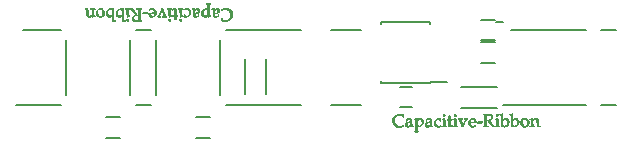
<source format=gbr>
G04 #@! TF.FileFunction,Legend,Top*
%FSLAX46Y46*%
G04 Gerber Fmt 4.6, Leading zero omitted, Abs format (unit mm)*
G04 Created by KiCad (PCBNEW 4.0.5+dfsg1-4) date Sat Jul 14 15:48:43 2018*
%MOMM*%
%LPD*%
G01*
G04 APERTURE LIST*
%ADD10C,0.100000*%
%ADD11C,0.127000*%
%ADD12C,0.150000*%
%ADD13C,0.010000*%
G04 APERTURE END LIST*
D10*
D11*
X73660000Y-28575000D02*
X67310000Y-28575000D01*
X76200000Y-28575000D02*
X74930000Y-28575000D01*
X54610000Y-34925000D02*
X52070000Y-34925000D01*
X73660000Y-34925000D02*
X66675000Y-34925000D01*
X66675000Y-27940000D02*
X66040000Y-27940000D01*
X26035000Y-28575000D02*
X29210000Y-28575000D01*
X36830000Y-28575000D02*
X35560000Y-28575000D01*
X49530000Y-28575000D02*
X43180000Y-28575000D01*
X54610000Y-28575000D02*
X52070000Y-28575000D01*
X74930000Y-34925000D02*
X76200000Y-34925000D01*
X29210000Y-34925000D02*
X25400000Y-34925000D01*
X36830000Y-34925000D02*
X35560000Y-34925000D01*
X49530000Y-34925000D02*
X43180000Y-34925000D01*
D12*
X42730000Y-34050000D02*
X42730000Y-29450000D01*
X37280000Y-29450000D02*
X37280000Y-34050000D01*
X58920000Y-33440000D02*
X57920000Y-33440000D01*
X57920000Y-35140000D02*
X58920000Y-35140000D01*
X29660000Y-29450000D02*
X29660000Y-34050000D01*
X35110000Y-34050000D02*
X35110000Y-29450000D01*
X46620000Y-34020000D02*
X46620000Y-31020000D01*
X44820000Y-34020000D02*
X44820000Y-31020000D01*
X66135000Y-33390000D02*
X63135000Y-33390000D01*
X66135000Y-35190000D02*
X63135000Y-35190000D01*
X40675000Y-35955000D02*
X41875000Y-35955000D01*
X41875000Y-37705000D02*
X40675000Y-37705000D01*
X33055000Y-35955000D02*
X34255000Y-35955000D01*
X34255000Y-37705000D02*
X33055000Y-37705000D01*
X66005000Y-31355000D02*
X64805000Y-31355000D01*
X64805000Y-29605000D02*
X66005000Y-29605000D01*
X64805000Y-27700000D02*
X66005000Y-27700000D01*
X66005000Y-29450000D02*
X64805000Y-29450000D01*
D13*
G36*
X59696805Y-36062514D02*
X59786292Y-36115808D01*
X59854292Y-36195554D01*
X59890184Y-36296800D01*
X59893200Y-36338119D01*
X59869548Y-36459072D01*
X59805590Y-36570487D01*
X59711817Y-36662675D01*
X59598722Y-36725949D01*
X59476798Y-36750619D01*
X59447424Y-36749723D01*
X59332482Y-36740581D01*
X59339791Y-36931340D01*
X59344763Y-37029022D01*
X59352785Y-37086994D01*
X59367451Y-37116344D01*
X59392354Y-37128158D01*
X59404250Y-37130216D01*
X59448912Y-37145490D01*
X59461400Y-37161966D01*
X59438077Y-37173262D01*
X59376385Y-37181619D01*
X59288732Y-37185496D01*
X59270900Y-37185600D01*
X59179841Y-37183227D01*
X59112481Y-37176951D01*
X59081232Y-37168035D01*
X59080400Y-37166223D01*
X59100829Y-37142441D01*
X59137550Y-37121773D01*
X59157622Y-37111441D01*
X59172341Y-37095857D01*
X59182537Y-37067832D01*
X59189040Y-37020177D01*
X59192679Y-36945702D01*
X59194286Y-36837219D01*
X59194689Y-36687538D01*
X59194700Y-36626800D01*
X59194548Y-36461809D01*
X59194167Y-36415890D01*
X59334400Y-36415890D01*
X59336892Y-36521444D01*
X59345898Y-36588055D01*
X59363712Y-36627407D01*
X59378850Y-36642242D01*
X59449020Y-36669911D01*
X59539361Y-36674493D01*
X59624924Y-36656241D01*
X59657004Y-36639421D01*
X59719809Y-36566980D01*
X59752695Y-36468829D01*
X59754626Y-36361050D01*
X59724563Y-36259725D01*
X59685181Y-36202571D01*
X59611135Y-36157252D01*
X59517377Y-36144264D01*
X59424424Y-36164921D01*
X59390851Y-36183740D01*
X59361631Y-36209967D01*
X59344595Y-36246381D01*
X59336578Y-36305999D01*
X59334416Y-36401837D01*
X59334400Y-36415890D01*
X59194167Y-36415890D01*
X59193542Y-36340682D01*
X59190852Y-36256479D01*
X59185647Y-36202265D01*
X59177100Y-36171102D01*
X59164379Y-36156052D01*
X59146657Y-36150178D01*
X59137550Y-36148783D01*
X59088858Y-36134265D01*
X59088104Y-36113434D01*
X59133254Y-36089126D01*
X59193247Y-36071015D01*
X59272953Y-36051476D01*
X59315095Y-36046709D01*
X59331609Y-36060083D01*
X59334436Y-36094967D01*
X59334400Y-36110852D01*
X59334400Y-36179104D01*
X59405639Y-36110852D01*
X59495857Y-36055085D01*
X59596452Y-36040623D01*
X59696805Y-36062514D01*
X59696805Y-36062514D01*
G37*
X59696805Y-36062514D02*
X59786292Y-36115808D01*
X59854292Y-36195554D01*
X59890184Y-36296800D01*
X59893200Y-36338119D01*
X59869548Y-36459072D01*
X59805590Y-36570487D01*
X59711817Y-36662675D01*
X59598722Y-36725949D01*
X59476798Y-36750619D01*
X59447424Y-36749723D01*
X59332482Y-36740581D01*
X59339791Y-36931340D01*
X59344763Y-37029022D01*
X59352785Y-37086994D01*
X59367451Y-37116344D01*
X59392354Y-37128158D01*
X59404250Y-37130216D01*
X59448912Y-37145490D01*
X59461400Y-37161966D01*
X59438077Y-37173262D01*
X59376385Y-37181619D01*
X59288732Y-37185496D01*
X59270900Y-37185600D01*
X59179841Y-37183227D01*
X59112481Y-37176951D01*
X59081232Y-37168035D01*
X59080400Y-37166223D01*
X59100829Y-37142441D01*
X59137550Y-37121773D01*
X59157622Y-37111441D01*
X59172341Y-37095857D01*
X59182537Y-37067832D01*
X59189040Y-37020177D01*
X59192679Y-36945702D01*
X59194286Y-36837219D01*
X59194689Y-36687538D01*
X59194700Y-36626800D01*
X59194548Y-36461809D01*
X59194167Y-36415890D01*
X59334400Y-36415890D01*
X59336892Y-36521444D01*
X59345898Y-36588055D01*
X59363712Y-36627407D01*
X59378850Y-36642242D01*
X59449020Y-36669911D01*
X59539361Y-36674493D01*
X59624924Y-36656241D01*
X59657004Y-36639421D01*
X59719809Y-36566980D01*
X59752695Y-36468829D01*
X59754626Y-36361050D01*
X59724563Y-36259725D01*
X59685181Y-36202571D01*
X59611135Y-36157252D01*
X59517377Y-36144264D01*
X59424424Y-36164921D01*
X59390851Y-36183740D01*
X59361631Y-36209967D01*
X59344595Y-36246381D01*
X59336578Y-36305999D01*
X59334416Y-36401837D01*
X59334400Y-36415890D01*
X59194167Y-36415890D01*
X59193542Y-36340682D01*
X59190852Y-36256479D01*
X59185647Y-36202265D01*
X59177100Y-36171102D01*
X59164379Y-36156052D01*
X59146657Y-36150178D01*
X59137550Y-36148783D01*
X59088858Y-36134265D01*
X59088104Y-36113434D01*
X59133254Y-36089126D01*
X59193247Y-36071015D01*
X59272953Y-36051476D01*
X59315095Y-36046709D01*
X59331609Y-36060083D01*
X59334436Y-36094967D01*
X59334400Y-36110852D01*
X59334400Y-36179104D01*
X59405639Y-36110852D01*
X59495857Y-36055085D01*
X59596452Y-36040623D01*
X59696805Y-36062514D01*
G36*
X57975682Y-35671845D02*
X58065990Y-35689893D01*
X58142279Y-35713814D01*
X58191043Y-35739633D01*
X58201559Y-35756850D01*
X58198789Y-35802689D01*
X58195474Y-35871395D01*
X58195209Y-35877500D01*
X58184384Y-35940610D01*
X58165297Y-35964837D01*
X58147533Y-35947442D01*
X58140600Y-35893094D01*
X58129835Y-35836696D01*
X58088717Y-35797058D01*
X58054211Y-35778794D01*
X57919400Y-35739838D01*
X57781358Y-35743336D01*
X57651923Y-35785841D01*
X57542937Y-35863902D01*
X57480512Y-35945873D01*
X57449736Y-36010388D01*
X57434222Y-36076132D01*
X57430852Y-36161978D01*
X57433360Y-36230989D01*
X57441960Y-36337565D01*
X57458267Y-36411711D01*
X57487573Y-36471736D01*
X57513555Y-36508536D01*
X57577062Y-36577376D01*
X57647685Y-36634067D01*
X57665663Y-36644812D01*
X57762174Y-36676071D01*
X57883619Y-36687996D01*
X58007971Y-36680618D01*
X58113198Y-36653969D01*
X58134250Y-36644133D01*
X58193225Y-36620778D01*
X58215977Y-36628949D01*
X58198567Y-36664724D01*
X58177842Y-36687528D01*
X58107561Y-36730084D01*
X58003732Y-36760109D01*
X57882531Y-36775489D01*
X57760131Y-36774111D01*
X57657835Y-36755467D01*
X57500165Y-36684081D01*
X57378959Y-36580020D01*
X57297203Y-36448818D01*
X57257882Y-36296008D01*
X57263983Y-36127122D01*
X57280065Y-36055383D01*
X57338002Y-35935545D01*
X57435603Y-35829547D01*
X57562209Y-35744296D01*
X57707160Y-35686695D01*
X57859795Y-35663649D01*
X57884860Y-35663644D01*
X57975682Y-35671845D01*
X57975682Y-35671845D01*
G37*
X57975682Y-35671845D02*
X58065990Y-35689893D01*
X58142279Y-35713814D01*
X58191043Y-35739633D01*
X58201559Y-35756850D01*
X58198789Y-35802689D01*
X58195474Y-35871395D01*
X58195209Y-35877500D01*
X58184384Y-35940610D01*
X58165297Y-35964837D01*
X58147533Y-35947442D01*
X58140600Y-35893094D01*
X58129835Y-35836696D01*
X58088717Y-35797058D01*
X58054211Y-35778794D01*
X57919400Y-35739838D01*
X57781358Y-35743336D01*
X57651923Y-35785841D01*
X57542937Y-35863902D01*
X57480512Y-35945873D01*
X57449736Y-36010388D01*
X57434222Y-36076132D01*
X57430852Y-36161978D01*
X57433360Y-36230989D01*
X57441960Y-36337565D01*
X57458267Y-36411711D01*
X57487573Y-36471736D01*
X57513555Y-36508536D01*
X57577062Y-36577376D01*
X57647685Y-36634067D01*
X57665663Y-36644812D01*
X57762174Y-36676071D01*
X57883619Y-36687996D01*
X58007971Y-36680618D01*
X58113198Y-36653969D01*
X58134250Y-36644133D01*
X58193225Y-36620778D01*
X58215977Y-36628949D01*
X58198567Y-36664724D01*
X58177842Y-36687528D01*
X58107561Y-36730084D01*
X58003732Y-36760109D01*
X57882531Y-36775489D01*
X57760131Y-36774111D01*
X57657835Y-36755467D01*
X57500165Y-36684081D01*
X57378959Y-36580020D01*
X57297203Y-36448818D01*
X57257882Y-36296008D01*
X57263983Y-36127122D01*
X57280065Y-36055383D01*
X57338002Y-35935545D01*
X57435603Y-35829547D01*
X57562209Y-35744296D01*
X57707160Y-35686695D01*
X57859795Y-35663649D01*
X57884860Y-35663644D01*
X57975682Y-35671845D01*
G36*
X58764215Y-36049078D02*
X58816844Y-36074361D01*
X58849956Y-36109525D01*
X58874778Y-36147892D01*
X58890446Y-36194605D01*
X58898947Y-36261724D01*
X58902264Y-36361308D01*
X58902600Y-36429403D01*
X58903429Y-36545415D01*
X58907155Y-36620352D01*
X58915630Y-36663928D01*
X58930707Y-36685859D01*
X58953400Y-36695640D01*
X58998882Y-36715260D01*
X58998682Y-36734504D01*
X58957747Y-36748839D01*
X58889900Y-36753800D01*
X58818471Y-36750476D01*
X58784695Y-36736674D01*
X58775643Y-36706649D01*
X58775600Y-36703000D01*
X58772272Y-36666235D01*
X58755855Y-36656434D01*
X58716697Y-36674607D01*
X58654056Y-36715700D01*
X58585780Y-36758623D01*
X58537486Y-36774394D01*
X58488899Y-36766846D01*
X58453410Y-36753622D01*
X58385660Y-36701246D01*
X58352833Y-36618510D01*
X58355184Y-36536073D01*
X58479992Y-36536073D01*
X58483607Y-36574909D01*
X58506564Y-36614100D01*
X58561181Y-36666510D01*
X58626711Y-36670729D01*
X58706163Y-36626917D01*
X58708674Y-36624956D01*
X58756872Y-36572162D01*
X58774631Y-36503123D01*
X58775600Y-36472556D01*
X58771011Y-36406567D01*
X58752947Y-36377807D01*
X58726453Y-36372800D01*
X58622489Y-36394404D01*
X58535081Y-36452070D01*
X58507307Y-36485966D01*
X58479992Y-36536073D01*
X58355184Y-36536073D01*
X58355188Y-36535955D01*
X58382988Y-36461536D01*
X58439408Y-36406878D01*
X58532489Y-36366292D01*
X58629199Y-36342074D01*
X58712978Y-36321918D01*
X58757571Y-36301362D01*
X58774225Y-36273899D01*
X58775600Y-36257354D01*
X58754677Y-36187067D01*
X58701252Y-36140384D01*
X58629342Y-36120497D01*
X58552961Y-36130594D01*
X58486125Y-36173865D01*
X58473723Y-36188650D01*
X58421609Y-36258500D01*
X58420804Y-36189302D01*
X58443302Y-36123345D01*
X58508091Y-36074806D01*
X58608548Y-36047381D01*
X58683595Y-36042600D01*
X58764215Y-36049078D01*
X58764215Y-36049078D01*
G37*
X58764215Y-36049078D02*
X58816844Y-36074361D01*
X58849956Y-36109525D01*
X58874778Y-36147892D01*
X58890446Y-36194605D01*
X58898947Y-36261724D01*
X58902264Y-36361308D01*
X58902600Y-36429403D01*
X58903429Y-36545415D01*
X58907155Y-36620352D01*
X58915630Y-36663928D01*
X58930707Y-36685859D01*
X58953400Y-36695640D01*
X58998882Y-36715260D01*
X58998682Y-36734504D01*
X58957747Y-36748839D01*
X58889900Y-36753800D01*
X58818471Y-36750476D01*
X58784695Y-36736674D01*
X58775643Y-36706649D01*
X58775600Y-36703000D01*
X58772272Y-36666235D01*
X58755855Y-36656434D01*
X58716697Y-36674607D01*
X58654056Y-36715700D01*
X58585780Y-36758623D01*
X58537486Y-36774394D01*
X58488899Y-36766846D01*
X58453410Y-36753622D01*
X58385660Y-36701246D01*
X58352833Y-36618510D01*
X58355184Y-36536073D01*
X58479992Y-36536073D01*
X58483607Y-36574909D01*
X58506564Y-36614100D01*
X58561181Y-36666510D01*
X58626711Y-36670729D01*
X58706163Y-36626917D01*
X58708674Y-36624956D01*
X58756872Y-36572162D01*
X58774631Y-36503123D01*
X58775600Y-36472556D01*
X58771011Y-36406567D01*
X58752947Y-36377807D01*
X58726453Y-36372800D01*
X58622489Y-36394404D01*
X58535081Y-36452070D01*
X58507307Y-36485966D01*
X58479992Y-36536073D01*
X58355184Y-36536073D01*
X58355188Y-36535955D01*
X58382988Y-36461536D01*
X58439408Y-36406878D01*
X58532489Y-36366292D01*
X58629199Y-36342074D01*
X58712978Y-36321918D01*
X58757571Y-36301362D01*
X58774225Y-36273899D01*
X58775600Y-36257354D01*
X58754677Y-36187067D01*
X58701252Y-36140384D01*
X58629342Y-36120497D01*
X58552961Y-36130594D01*
X58486125Y-36173865D01*
X58473723Y-36188650D01*
X58421609Y-36258500D01*
X58420804Y-36189302D01*
X58443302Y-36123345D01*
X58508091Y-36074806D01*
X58608548Y-36047381D01*
X58683595Y-36042600D01*
X58764215Y-36049078D01*
G36*
X60441408Y-36049821D02*
X60502591Y-36074243D01*
X60542979Y-36123201D01*
X60566513Y-36203644D01*
X60577134Y-36322521D01*
X60579000Y-36437008D01*
X60579880Y-36550994D01*
X60583815Y-36624066D01*
X60592744Y-36666097D01*
X60608605Y-36686960D01*
X60629800Y-36695640D01*
X60675282Y-36715260D01*
X60675082Y-36734504D01*
X60634147Y-36748839D01*
X60566300Y-36753800D01*
X60494871Y-36750476D01*
X60461095Y-36736674D01*
X60452043Y-36706649D01*
X60452000Y-36703000D01*
X60449571Y-36666869D01*
X60435529Y-36656571D01*
X60399738Y-36673208D01*
X60335283Y-36715700D01*
X60265432Y-36759077D01*
X60214717Y-36774546D01*
X60162499Y-36765806D01*
X60127780Y-36752871D01*
X60071204Y-36706000D01*
X60035173Y-36630675D01*
X60029006Y-36549456D01*
X60172600Y-36549456D01*
X60189711Y-36628661D01*
X60236315Y-36669660D01*
X60305320Y-36669491D01*
X60376498Y-36634622D01*
X60439412Y-36584494D01*
X60468798Y-36533392D01*
X60476885Y-36458281D01*
X60477011Y-36445349D01*
X60477400Y-36352799D01*
X60369825Y-36376970D01*
X60258475Y-36416103D01*
X60193291Y-36473812D01*
X60172600Y-36549456D01*
X60029006Y-36549456D01*
X60028892Y-36547963D01*
X60031798Y-36533244D01*
X60078823Y-36448411D01*
X60171631Y-36384225D01*
X60304380Y-36342326D01*
X60388565Y-36322131D01*
X60433538Y-36301663D01*
X60450508Y-36274470D01*
X60452000Y-36257354D01*
X60431077Y-36187067D01*
X60377652Y-36140384D01*
X60305742Y-36120497D01*
X60229361Y-36130594D01*
X60162525Y-36173865D01*
X60150123Y-36188650D01*
X60098009Y-36258500D01*
X60097204Y-36189302D01*
X60119695Y-36123507D01*
X60184046Y-36074876D01*
X60283024Y-36047505D01*
X60355488Y-36042988D01*
X60441408Y-36049821D01*
X60441408Y-36049821D01*
G37*
X60441408Y-36049821D02*
X60502591Y-36074243D01*
X60542979Y-36123201D01*
X60566513Y-36203644D01*
X60577134Y-36322521D01*
X60579000Y-36437008D01*
X60579880Y-36550994D01*
X60583815Y-36624066D01*
X60592744Y-36666097D01*
X60608605Y-36686960D01*
X60629800Y-36695640D01*
X60675282Y-36715260D01*
X60675082Y-36734504D01*
X60634147Y-36748839D01*
X60566300Y-36753800D01*
X60494871Y-36750476D01*
X60461095Y-36736674D01*
X60452043Y-36706649D01*
X60452000Y-36703000D01*
X60449571Y-36666869D01*
X60435529Y-36656571D01*
X60399738Y-36673208D01*
X60335283Y-36715700D01*
X60265432Y-36759077D01*
X60214717Y-36774546D01*
X60162499Y-36765806D01*
X60127780Y-36752871D01*
X60071204Y-36706000D01*
X60035173Y-36630675D01*
X60029006Y-36549456D01*
X60172600Y-36549456D01*
X60189711Y-36628661D01*
X60236315Y-36669660D01*
X60305320Y-36669491D01*
X60376498Y-36634622D01*
X60439412Y-36584494D01*
X60468798Y-36533392D01*
X60476885Y-36458281D01*
X60477011Y-36445349D01*
X60477400Y-36352799D01*
X60369825Y-36376970D01*
X60258475Y-36416103D01*
X60193291Y-36473812D01*
X60172600Y-36549456D01*
X60029006Y-36549456D01*
X60028892Y-36547963D01*
X60031798Y-36533244D01*
X60078823Y-36448411D01*
X60171631Y-36384225D01*
X60304380Y-36342326D01*
X60388565Y-36322131D01*
X60433538Y-36301663D01*
X60450508Y-36274470D01*
X60452000Y-36257354D01*
X60431077Y-36187067D01*
X60377652Y-36140384D01*
X60305742Y-36120497D01*
X60229361Y-36130594D01*
X60162525Y-36173865D01*
X60150123Y-36188650D01*
X60098009Y-36258500D01*
X60097204Y-36189302D01*
X60119695Y-36123507D01*
X60184046Y-36074876D01*
X60283024Y-36047505D01*
X60355488Y-36042988D01*
X60441408Y-36049821D01*
G36*
X61287515Y-36055349D02*
X61312371Y-36066272D01*
X61342782Y-36099538D01*
X61347880Y-36161512D01*
X61346022Y-36180572D01*
X61332096Y-36240462D01*
X61312796Y-36269731D01*
X61296187Y-36262493D01*
X61290200Y-36221293D01*
X61267218Y-36167496D01*
X61205861Y-36131008D01*
X61125100Y-36118800D01*
X61029853Y-36136527D01*
X60965260Y-36192938D01*
X60934490Y-36258831D01*
X60915184Y-36377724D01*
X60932292Y-36488809D01*
X60979443Y-36584003D01*
X61050265Y-36655219D01*
X61138387Y-36694372D01*
X61237436Y-36693377D01*
X61269279Y-36683684D01*
X61320443Y-36668984D01*
X61339510Y-36679934D01*
X61341000Y-36693135D01*
X61318373Y-36733752D01*
X61259070Y-36761461D01*
X61175952Y-36774596D01*
X61081882Y-36771495D01*
X60989723Y-36750492D01*
X60966850Y-36741542D01*
X60874697Y-36675708D01*
X60813052Y-36578017D01*
X60785356Y-36459599D01*
X60795051Y-36331586D01*
X60817991Y-36260107D01*
X60876480Y-36176567D01*
X60967430Y-36108536D01*
X61076089Y-36061800D01*
X61187702Y-36042143D01*
X61287515Y-36055349D01*
X61287515Y-36055349D01*
G37*
X61287515Y-36055349D02*
X61312371Y-36066272D01*
X61342782Y-36099538D01*
X61347880Y-36161512D01*
X61346022Y-36180572D01*
X61332096Y-36240462D01*
X61312796Y-36269731D01*
X61296187Y-36262493D01*
X61290200Y-36221293D01*
X61267218Y-36167496D01*
X61205861Y-36131008D01*
X61125100Y-36118800D01*
X61029853Y-36136527D01*
X60965260Y-36192938D01*
X60934490Y-36258831D01*
X60915184Y-36377724D01*
X60932292Y-36488809D01*
X60979443Y-36584003D01*
X61050265Y-36655219D01*
X61138387Y-36694372D01*
X61237436Y-36693377D01*
X61269279Y-36683684D01*
X61320443Y-36668984D01*
X61339510Y-36679934D01*
X61341000Y-36693135D01*
X61318373Y-36733752D01*
X61259070Y-36761461D01*
X61175952Y-36774596D01*
X61081882Y-36771495D01*
X60989723Y-36750492D01*
X60966850Y-36741542D01*
X60874697Y-36675708D01*
X60813052Y-36578017D01*
X60785356Y-36459599D01*
X60795051Y-36331586D01*
X60817991Y-36260107D01*
X60876480Y-36176567D01*
X60967430Y-36108536D01*
X61076089Y-36061800D01*
X61187702Y-36042143D01*
X61287515Y-36055349D01*
G36*
X64168376Y-36052297D02*
X64212606Y-36068752D01*
X64267924Y-36120450D01*
X64313426Y-36200294D01*
X64337100Y-36285680D01*
X64338200Y-36305076D01*
X64330385Y-36345198D01*
X64301752Y-36372117D01*
X64244516Y-36388251D01*
X64150889Y-36396021D01*
X64039750Y-36397853D01*
X63944408Y-36399268D01*
X63889121Y-36405100D01*
X63863158Y-36418402D01*
X63855792Y-36442228D01*
X63855600Y-36450261D01*
X63878018Y-36550222D01*
X63937442Y-36628742D01*
X64022124Y-36678656D01*
X64120317Y-36692801D01*
X64212617Y-36667999D01*
X64280288Y-36640407D01*
X64309934Y-36643576D01*
X64300249Y-36677347D01*
X64299542Y-36678501D01*
X64255515Y-36715009D01*
X64180312Y-36748669D01*
X64093373Y-36772283D01*
X64027865Y-36779105D01*
X63948744Y-36765320D01*
X63867412Y-36731849D01*
X63860421Y-36727748D01*
X63775060Y-36648426D01*
X63722834Y-36543033D01*
X63703711Y-36423977D01*
X63717659Y-36303665D01*
X63729572Y-36275989D01*
X63855600Y-36275989D01*
X63855600Y-36347400D01*
X64209929Y-36347400D01*
X64194378Y-36264850D01*
X64158315Y-36165357D01*
X64096627Y-36107796D01*
X64030452Y-36093400D01*
X63950901Y-36116304D01*
X63888366Y-36175204D01*
X63856945Y-36255379D01*
X63855600Y-36275989D01*
X63729572Y-36275989D01*
X63764647Y-36194505D01*
X63844643Y-36108905D01*
X63862033Y-36097272D01*
X63957273Y-36058438D01*
X64066816Y-36042842D01*
X64168376Y-36052297D01*
X64168376Y-36052297D01*
G37*
X64168376Y-36052297D02*
X64212606Y-36068752D01*
X64267924Y-36120450D01*
X64313426Y-36200294D01*
X64337100Y-36285680D01*
X64338200Y-36305076D01*
X64330385Y-36345198D01*
X64301752Y-36372117D01*
X64244516Y-36388251D01*
X64150889Y-36396021D01*
X64039750Y-36397853D01*
X63944408Y-36399268D01*
X63889121Y-36405100D01*
X63863158Y-36418402D01*
X63855792Y-36442228D01*
X63855600Y-36450261D01*
X63878018Y-36550222D01*
X63937442Y-36628742D01*
X64022124Y-36678656D01*
X64120317Y-36692801D01*
X64212617Y-36667999D01*
X64280288Y-36640407D01*
X64309934Y-36643576D01*
X64300249Y-36677347D01*
X64299542Y-36678501D01*
X64255515Y-36715009D01*
X64180312Y-36748669D01*
X64093373Y-36772283D01*
X64027865Y-36779105D01*
X63948744Y-36765320D01*
X63867412Y-36731849D01*
X63860421Y-36727748D01*
X63775060Y-36648426D01*
X63722834Y-36543033D01*
X63703711Y-36423977D01*
X63717659Y-36303665D01*
X63729572Y-36275989D01*
X63855600Y-36275989D01*
X63855600Y-36347400D01*
X64209929Y-36347400D01*
X64194378Y-36264850D01*
X64158315Y-36165357D01*
X64096627Y-36107796D01*
X64030452Y-36093400D01*
X63950901Y-36116304D01*
X63888366Y-36175204D01*
X63856945Y-36255379D01*
X63855600Y-36275989D01*
X63729572Y-36275989D01*
X63764647Y-36194505D01*
X63844643Y-36108905D01*
X63862033Y-36097272D01*
X63957273Y-36058438D01*
X64066816Y-36042842D01*
X64168376Y-36052297D01*
G36*
X68602850Y-36062089D02*
X68708577Y-36119442D01*
X68779177Y-36212990D01*
X68813036Y-36341061D01*
X68815887Y-36407317D01*
X68791432Y-36539840D01*
X68725395Y-36648066D01*
X68623558Y-36726056D01*
X68491706Y-36767873D01*
X68461242Y-36771460D01*
X68362037Y-36771019D01*
X68283341Y-36745703D01*
X68254621Y-36729257D01*
X68165543Y-36645270D01*
X68113894Y-36533704D01*
X68101848Y-36403552D01*
X68110094Y-36364786D01*
X68249800Y-36364786D01*
X68264090Y-36491137D01*
X68302845Y-36595732D01*
X68359889Y-36673246D01*
X68429044Y-36718351D01*
X68504136Y-36725721D01*
X68578989Y-36690030D01*
X68601978Y-36668542D01*
X68656234Y-36581171D01*
X68679423Y-36477181D01*
X68674649Y-36367585D01*
X68645015Y-36263396D01*
X68593626Y-36175628D01*
X68523586Y-36115295D01*
X68439885Y-36093400D01*
X68350438Y-36114787D01*
X68288641Y-36177985D01*
X68255506Y-36281548D01*
X68249800Y-36364786D01*
X68110094Y-36364786D01*
X68131576Y-36263808D01*
X68138062Y-36246801D01*
X68205407Y-36141023D01*
X68305894Y-36072366D01*
X68435423Y-36043403D01*
X68463609Y-36042600D01*
X68602850Y-36062089D01*
X68602850Y-36062089D01*
G37*
X68602850Y-36062089D02*
X68708577Y-36119442D01*
X68779177Y-36212990D01*
X68813036Y-36341061D01*
X68815887Y-36407317D01*
X68791432Y-36539840D01*
X68725395Y-36648066D01*
X68623558Y-36726056D01*
X68491706Y-36767873D01*
X68461242Y-36771460D01*
X68362037Y-36771019D01*
X68283341Y-36745703D01*
X68254621Y-36729257D01*
X68165543Y-36645270D01*
X68113894Y-36533704D01*
X68101848Y-36403552D01*
X68110094Y-36364786D01*
X68249800Y-36364786D01*
X68264090Y-36491137D01*
X68302845Y-36595732D01*
X68359889Y-36673246D01*
X68429044Y-36718351D01*
X68504136Y-36725721D01*
X68578989Y-36690030D01*
X68601978Y-36668542D01*
X68656234Y-36581171D01*
X68679423Y-36477181D01*
X68674649Y-36367585D01*
X68645015Y-36263396D01*
X68593626Y-36175628D01*
X68523586Y-36115295D01*
X68439885Y-36093400D01*
X68350438Y-36114787D01*
X68288641Y-36177985D01*
X68255506Y-36281548D01*
X68249800Y-36364786D01*
X68110094Y-36364786D01*
X68131576Y-36263808D01*
X68138062Y-36246801D01*
X68205407Y-36141023D01*
X68305894Y-36072366D01*
X68435423Y-36043403D01*
X68463609Y-36042600D01*
X68602850Y-36062089D01*
G36*
X61677724Y-36053870D02*
X61688093Y-36078059D01*
X61694475Y-36128494D01*
X61698459Y-36212942D01*
X61701633Y-36339172D01*
X61702170Y-36363691D01*
X61705471Y-36497575D01*
X61709552Y-36589043D01*
X61716023Y-36646475D01*
X61726493Y-36678248D01*
X61742570Y-36692741D01*
X61765864Y-36698333D01*
X61766450Y-36698416D01*
X61811112Y-36713690D01*
X61823600Y-36730166D01*
X61800277Y-36741462D01*
X61738585Y-36749819D01*
X61650932Y-36753696D01*
X61633100Y-36753800D01*
X61542046Y-36750906D01*
X61474687Y-36743253D01*
X61443433Y-36732378D01*
X61442600Y-36730166D01*
X61464196Y-36708629D01*
X61499750Y-36698416D01*
X61525049Y-36692147D01*
X61541872Y-36675797D01*
X61552323Y-36640166D01*
X61558509Y-36576056D01*
X61562534Y-36474268D01*
X61564109Y-36417250D01*
X61571318Y-36144200D01*
X61506959Y-36144200D01*
X61454344Y-36135295D01*
X61447152Y-36114835D01*
X61484520Y-36092201D01*
X61512450Y-36084486D01*
X61587487Y-36066699D01*
X61638670Y-36053152D01*
X61661779Y-36048157D01*
X61677724Y-36053870D01*
X61677724Y-36053870D01*
G37*
X61677724Y-36053870D02*
X61688093Y-36078059D01*
X61694475Y-36128494D01*
X61698459Y-36212942D01*
X61701633Y-36339172D01*
X61702170Y-36363691D01*
X61705471Y-36497575D01*
X61709552Y-36589043D01*
X61716023Y-36646475D01*
X61726493Y-36678248D01*
X61742570Y-36692741D01*
X61765864Y-36698333D01*
X61766450Y-36698416D01*
X61811112Y-36713690D01*
X61823600Y-36730166D01*
X61800277Y-36741462D01*
X61738585Y-36749819D01*
X61650932Y-36753696D01*
X61633100Y-36753800D01*
X61542046Y-36750906D01*
X61474687Y-36743253D01*
X61443433Y-36732378D01*
X61442600Y-36730166D01*
X61464196Y-36708629D01*
X61499750Y-36698416D01*
X61525049Y-36692147D01*
X61541872Y-36675797D01*
X61552323Y-36640166D01*
X61558509Y-36576056D01*
X61562534Y-36474268D01*
X61564109Y-36417250D01*
X61571318Y-36144200D01*
X61506959Y-36144200D01*
X61454344Y-36135295D01*
X61447152Y-36114835D01*
X61484520Y-36092201D01*
X61512450Y-36084486D01*
X61587487Y-36066699D01*
X61638670Y-36053152D01*
X61661779Y-36048157D01*
X61677724Y-36053870D01*
G36*
X62135415Y-35823823D02*
X62144418Y-35868367D01*
X62137824Y-35953700D01*
X62121405Y-36093400D01*
X62226502Y-36093400D01*
X62298457Y-36099279D01*
X62329070Y-36118926D01*
X62331600Y-36131500D01*
X62314823Y-36157992D01*
X62259209Y-36168908D01*
X62230000Y-36169600D01*
X62128400Y-36169600D01*
X62128400Y-36383685D01*
X62132642Y-36512620D01*
X62147630Y-36597717D01*
X62176751Y-36645402D01*
X62223393Y-36662102D01*
X62273016Y-36657956D01*
X62321926Y-36650762D01*
X62326586Y-36662586D01*
X62295913Y-36699304D01*
X62230097Y-36742746D01*
X62149234Y-36753800D01*
X62080722Y-36747837D01*
X62043751Y-36723415D01*
X62026171Y-36688646D01*
X62014896Y-36633962D01*
X62006307Y-36544651D01*
X62001775Y-36436870D01*
X62001400Y-36396546D01*
X62000539Y-36288403D01*
X61996510Y-36221348D01*
X61987140Y-36185680D01*
X61970258Y-36171696D01*
X61950600Y-36169600D01*
X61909307Y-36160192D01*
X61899800Y-36147162D01*
X61920938Y-36123447D01*
X61950600Y-36111440D01*
X61982947Y-36093245D01*
X61998011Y-36051623D01*
X62001400Y-35982371D01*
X62007479Y-35901748D01*
X62029082Y-35856244D01*
X62050530Y-35840293D01*
X62105714Y-35816537D01*
X62135415Y-35823823D01*
X62135415Y-35823823D01*
G37*
X62135415Y-35823823D02*
X62144418Y-35868367D01*
X62137824Y-35953700D01*
X62121405Y-36093400D01*
X62226502Y-36093400D01*
X62298457Y-36099279D01*
X62329070Y-36118926D01*
X62331600Y-36131500D01*
X62314823Y-36157992D01*
X62259209Y-36168908D01*
X62230000Y-36169600D01*
X62128400Y-36169600D01*
X62128400Y-36383685D01*
X62132642Y-36512620D01*
X62147630Y-36597717D01*
X62176751Y-36645402D01*
X62223393Y-36662102D01*
X62273016Y-36657956D01*
X62321926Y-36650762D01*
X62326586Y-36662586D01*
X62295913Y-36699304D01*
X62230097Y-36742746D01*
X62149234Y-36753800D01*
X62080722Y-36747837D01*
X62043751Y-36723415D01*
X62026171Y-36688646D01*
X62014896Y-36633962D01*
X62006307Y-36544651D01*
X62001775Y-36436870D01*
X62001400Y-36396546D01*
X62000539Y-36288403D01*
X61996510Y-36221348D01*
X61987140Y-36185680D01*
X61970258Y-36171696D01*
X61950600Y-36169600D01*
X61909307Y-36160192D01*
X61899800Y-36147162D01*
X61920938Y-36123447D01*
X61950600Y-36111440D01*
X61982947Y-36093245D01*
X61998011Y-36051623D01*
X62001400Y-35982371D01*
X62007479Y-35901748D01*
X62029082Y-35856244D01*
X62050530Y-35840293D01*
X62105714Y-35816537D01*
X62135415Y-35823823D01*
G36*
X62617524Y-36053870D02*
X62627893Y-36078059D01*
X62634275Y-36128494D01*
X62638259Y-36212942D01*
X62641433Y-36339172D01*
X62641970Y-36363691D01*
X62645271Y-36497575D01*
X62649352Y-36589043D01*
X62655823Y-36646475D01*
X62666293Y-36678248D01*
X62682370Y-36692741D01*
X62705664Y-36698333D01*
X62706250Y-36698416D01*
X62750912Y-36713690D01*
X62763400Y-36730166D01*
X62740077Y-36741462D01*
X62678385Y-36749819D01*
X62590732Y-36753696D01*
X62572900Y-36753800D01*
X62476911Y-36750648D01*
X62410007Y-36742116D01*
X62382578Y-36729591D01*
X62382400Y-36728400D01*
X62404136Y-36709306D01*
X62445900Y-36703000D01*
X62509400Y-36703000D01*
X62509400Y-36144200D01*
X62445900Y-36144200D01*
X62393836Y-36135274D01*
X62387029Y-36114784D01*
X62424474Y-36092160D01*
X62452250Y-36084486D01*
X62527287Y-36066699D01*
X62578470Y-36053152D01*
X62601579Y-36048157D01*
X62617524Y-36053870D01*
X62617524Y-36053870D01*
G37*
X62617524Y-36053870D02*
X62627893Y-36078059D01*
X62634275Y-36128494D01*
X62638259Y-36212942D01*
X62641433Y-36339172D01*
X62641970Y-36363691D01*
X62645271Y-36497575D01*
X62649352Y-36589043D01*
X62655823Y-36646475D01*
X62666293Y-36678248D01*
X62682370Y-36692741D01*
X62705664Y-36698333D01*
X62706250Y-36698416D01*
X62750912Y-36713690D01*
X62763400Y-36730166D01*
X62740077Y-36741462D01*
X62678385Y-36749819D01*
X62590732Y-36753696D01*
X62572900Y-36753800D01*
X62476911Y-36750648D01*
X62410007Y-36742116D01*
X62382578Y-36729591D01*
X62382400Y-36728400D01*
X62404136Y-36709306D01*
X62445900Y-36703000D01*
X62509400Y-36703000D01*
X62509400Y-36144200D01*
X62445900Y-36144200D01*
X62393836Y-36135274D01*
X62387029Y-36114784D01*
X62424474Y-36092160D01*
X62452250Y-36084486D01*
X62527287Y-36066699D01*
X62578470Y-36053152D01*
X62601579Y-36048157D01*
X62617524Y-36053870D01*
G36*
X63552577Y-36046716D02*
X63594820Y-36059915D01*
X63590391Y-36083474D01*
X63555188Y-36110164D01*
X63529835Y-36142085D01*
X63490157Y-36210155D01*
X63441389Y-36303639D01*
X63388772Y-36411806D01*
X63337541Y-36523920D01*
X63292935Y-36629250D01*
X63262791Y-36709350D01*
X63232419Y-36748840D01*
X63190770Y-36745695D01*
X63148601Y-36703048D01*
X63132085Y-36671250D01*
X63107115Y-36612304D01*
X63068683Y-36521286D01*
X63023016Y-36412950D01*
X62995418Y-36347400D01*
X62946358Y-36238978D01*
X62901964Y-36155930D01*
X62867210Y-36107035D01*
X62854036Y-36097887D01*
X62819062Y-36078374D01*
X62814200Y-36066137D01*
X62837448Y-36054536D01*
X62898629Y-36046130D01*
X62984900Y-36042618D01*
X62992000Y-36042600D01*
X63083207Y-36045956D01*
X63146230Y-36054951D01*
X63169799Y-36067975D01*
X63169800Y-36068000D01*
X63148593Y-36088841D01*
X63120499Y-36093400D01*
X63074058Y-36102019D01*
X63059617Y-36112450D01*
X63063610Y-36142617D01*
X63083613Y-36208791D01*
X63116095Y-36300086D01*
X63143593Y-36371179D01*
X63187364Y-36479788D01*
X63219483Y-36546549D01*
X63245685Y-36570449D01*
X63271703Y-36550474D01*
X63303273Y-36485612D01*
X63346127Y-36374848D01*
X63362018Y-36332579D01*
X63400921Y-36223041D01*
X63418981Y-36152064D01*
X63416547Y-36112043D01*
X63393967Y-36095372D01*
X63373000Y-36093400D01*
X63331725Y-36082763D01*
X63322200Y-36068000D01*
X63345165Y-36054090D01*
X63404407Y-36044864D01*
X63461900Y-36042600D01*
X63552577Y-36046716D01*
X63552577Y-36046716D01*
G37*
X63552577Y-36046716D02*
X63594820Y-36059915D01*
X63590391Y-36083474D01*
X63555188Y-36110164D01*
X63529835Y-36142085D01*
X63490157Y-36210155D01*
X63441389Y-36303639D01*
X63388772Y-36411806D01*
X63337541Y-36523920D01*
X63292935Y-36629250D01*
X63262791Y-36709350D01*
X63232419Y-36748840D01*
X63190770Y-36745695D01*
X63148601Y-36703048D01*
X63132085Y-36671250D01*
X63107115Y-36612304D01*
X63068683Y-36521286D01*
X63023016Y-36412950D01*
X62995418Y-36347400D01*
X62946358Y-36238978D01*
X62901964Y-36155930D01*
X62867210Y-36107035D01*
X62854036Y-36097887D01*
X62819062Y-36078374D01*
X62814200Y-36066137D01*
X62837448Y-36054536D01*
X62898629Y-36046130D01*
X62984900Y-36042618D01*
X62992000Y-36042600D01*
X63083207Y-36045956D01*
X63146230Y-36054951D01*
X63169799Y-36067975D01*
X63169800Y-36068000D01*
X63148593Y-36088841D01*
X63120499Y-36093400D01*
X63074058Y-36102019D01*
X63059617Y-36112450D01*
X63063610Y-36142617D01*
X63083613Y-36208791D01*
X63116095Y-36300086D01*
X63143593Y-36371179D01*
X63187364Y-36479788D01*
X63219483Y-36546549D01*
X63245685Y-36570449D01*
X63271703Y-36550474D01*
X63303273Y-36485612D01*
X63346127Y-36374848D01*
X63362018Y-36332579D01*
X63400921Y-36223041D01*
X63418981Y-36152064D01*
X63416547Y-36112043D01*
X63393967Y-36095372D01*
X63373000Y-36093400D01*
X63331725Y-36082763D01*
X63322200Y-36068000D01*
X63345165Y-36054090D01*
X63404407Y-36044864D01*
X63461900Y-36042600D01*
X63552577Y-36046716D01*
G36*
X65292921Y-35690857D02*
X65431378Y-35694721D01*
X65528438Y-35699230D01*
X65593487Y-35706234D01*
X65635913Y-35717585D01*
X65665105Y-35735132D01*
X65690448Y-35760726D01*
X65699321Y-35770966D01*
X65749984Y-35863723D01*
X65755838Y-35962760D01*
X65720154Y-36057969D01*
X65646206Y-36139241D01*
X65564905Y-36186107D01*
X65510477Y-36212785D01*
X65496343Y-36236460D01*
X65512020Y-36266305D01*
X65633261Y-36428276D01*
X65732466Y-36554592D01*
X65808077Y-36643393D01*
X65858538Y-36692821D01*
X65877977Y-36703000D01*
X65909754Y-36717752D01*
X65913000Y-36728400D01*
X65890348Y-36743778D01*
X65833253Y-36752805D01*
X65802757Y-36753800D01*
X65692515Y-36753800D01*
X65485257Y-36473757D01*
X65409837Y-36371020D01*
X65346688Y-36283415D01*
X65301323Y-36218711D01*
X65279254Y-36184679D01*
X65278000Y-36181657D01*
X65300574Y-36174138D01*
X65357034Y-36169926D01*
X65380754Y-36169600D01*
X65486400Y-36148808D01*
X65563061Y-36090912D01*
X65603621Y-36002631D01*
X65608200Y-35954854D01*
X65592181Y-35861630D01*
X65541644Y-35800763D01*
X65452868Y-35769303D01*
X65366327Y-35763200D01*
X65226054Y-35763200D01*
X65239900Y-36690300D01*
X65309750Y-36698337D01*
X65360488Y-36711632D01*
X65379600Y-36730087D01*
X65356095Y-36740529D01*
X65293134Y-36748625D01*
X65202049Y-36753199D01*
X65151000Y-36753800D01*
X65050334Y-36751361D01*
X64972285Y-36744830D01*
X64928184Y-36735382D01*
X64922400Y-36730087D01*
X64944366Y-36710334D01*
X64992250Y-36698337D01*
X65062100Y-36690300D01*
X65062100Y-36220400D01*
X65061948Y-36055409D01*
X65060942Y-35934282D01*
X65058252Y-35850079D01*
X65053047Y-35795865D01*
X65044500Y-35764702D01*
X65031779Y-35749652D01*
X65014057Y-35743778D01*
X65004950Y-35742383D01*
X64960280Y-35726162D01*
X64947800Y-35708141D01*
X64972823Y-35696918D01*
X65046815Y-35690440D01*
X65168161Y-35688788D01*
X65292921Y-35690857D01*
X65292921Y-35690857D01*
G37*
X65292921Y-35690857D02*
X65431378Y-35694721D01*
X65528438Y-35699230D01*
X65593487Y-35706234D01*
X65635913Y-35717585D01*
X65665105Y-35735132D01*
X65690448Y-35760726D01*
X65699321Y-35770966D01*
X65749984Y-35863723D01*
X65755838Y-35962760D01*
X65720154Y-36057969D01*
X65646206Y-36139241D01*
X65564905Y-36186107D01*
X65510477Y-36212785D01*
X65496343Y-36236460D01*
X65512020Y-36266305D01*
X65633261Y-36428276D01*
X65732466Y-36554592D01*
X65808077Y-36643393D01*
X65858538Y-36692821D01*
X65877977Y-36703000D01*
X65909754Y-36717752D01*
X65913000Y-36728400D01*
X65890348Y-36743778D01*
X65833253Y-36752805D01*
X65802757Y-36753800D01*
X65692515Y-36753800D01*
X65485257Y-36473757D01*
X65409837Y-36371020D01*
X65346688Y-36283415D01*
X65301323Y-36218711D01*
X65279254Y-36184679D01*
X65278000Y-36181657D01*
X65300574Y-36174138D01*
X65357034Y-36169926D01*
X65380754Y-36169600D01*
X65486400Y-36148808D01*
X65563061Y-36090912D01*
X65603621Y-36002631D01*
X65608200Y-35954854D01*
X65592181Y-35861630D01*
X65541644Y-35800763D01*
X65452868Y-35769303D01*
X65366327Y-35763200D01*
X65226054Y-35763200D01*
X65239900Y-36690300D01*
X65309750Y-36698337D01*
X65360488Y-36711632D01*
X65379600Y-36730087D01*
X65356095Y-36740529D01*
X65293134Y-36748625D01*
X65202049Y-36753199D01*
X65151000Y-36753800D01*
X65050334Y-36751361D01*
X64972285Y-36744830D01*
X64928184Y-36735382D01*
X64922400Y-36730087D01*
X64944366Y-36710334D01*
X64992250Y-36698337D01*
X65062100Y-36690300D01*
X65062100Y-36220400D01*
X65061948Y-36055409D01*
X65060942Y-35934282D01*
X65058252Y-35850079D01*
X65053047Y-35795865D01*
X65044500Y-35764702D01*
X65031779Y-35749652D01*
X65014057Y-35743778D01*
X65004950Y-35742383D01*
X64960280Y-35726162D01*
X64947800Y-35708141D01*
X64972823Y-35696918D01*
X65046815Y-35690440D01*
X65168161Y-35688788D01*
X65292921Y-35690857D01*
G36*
X66182657Y-36066320D02*
X66187832Y-36130775D01*
X66191264Y-36225901D01*
X66192400Y-36332622D01*
X66193555Y-36478128D01*
X66198073Y-36580253D01*
X66207526Y-36646387D01*
X66223490Y-36683919D01*
X66247537Y-36700237D01*
X66271317Y-36703000D01*
X66311092Y-36714172D01*
X66319400Y-36728400D01*
X66295762Y-36741198D01*
X66231776Y-36750118D01*
X66137833Y-36753776D01*
X66128900Y-36753800D01*
X66032911Y-36750648D01*
X65966007Y-36742116D01*
X65938578Y-36729591D01*
X65938400Y-36728400D01*
X65960136Y-36709306D01*
X66001900Y-36703000D01*
X66065400Y-36703000D01*
X66065400Y-36423600D01*
X66064815Y-36301323D01*
X66061997Y-36221061D01*
X66055348Y-36174032D01*
X66043273Y-36151453D01*
X66024174Y-36144543D01*
X66014600Y-36144200D01*
X65970266Y-36136392D01*
X65969812Y-36116823D01*
X66009439Y-36091274D01*
X66061996Y-36072020D01*
X66127824Y-36053395D01*
X66170858Y-36043233D01*
X66176296Y-36042600D01*
X66182657Y-36066320D01*
X66182657Y-36066320D01*
G37*
X66182657Y-36066320D02*
X66187832Y-36130775D01*
X66191264Y-36225901D01*
X66192400Y-36332622D01*
X66193555Y-36478128D01*
X66198073Y-36580253D01*
X66207526Y-36646387D01*
X66223490Y-36683919D01*
X66247537Y-36700237D01*
X66271317Y-36703000D01*
X66311092Y-36714172D01*
X66319400Y-36728400D01*
X66295762Y-36741198D01*
X66231776Y-36750118D01*
X66137833Y-36753776D01*
X66128900Y-36753800D01*
X66032911Y-36750648D01*
X65966007Y-36742116D01*
X65938578Y-36729591D01*
X65938400Y-36728400D01*
X65960136Y-36709306D01*
X66001900Y-36703000D01*
X66065400Y-36703000D01*
X66065400Y-36423600D01*
X66064815Y-36301323D01*
X66061997Y-36221061D01*
X66055348Y-36174032D01*
X66043273Y-36151453D01*
X66024174Y-36144543D01*
X66014600Y-36144200D01*
X65970266Y-36136392D01*
X65969812Y-36116823D01*
X66009439Y-36091274D01*
X66061996Y-36072020D01*
X66127824Y-36053395D01*
X66170858Y-36043233D01*
X66176296Y-36042600D01*
X66182657Y-36066320D01*
G36*
X66586874Y-35657519D02*
X66594331Y-35695237D01*
X66597824Y-35765946D01*
X66598785Y-35877827D01*
X66598800Y-35902440D01*
X66598800Y-36174115D01*
X66676948Y-36108357D01*
X66775053Y-36051708D01*
X66872688Y-36039316D01*
X66963003Y-36065042D01*
X67039146Y-36122746D01*
X67094266Y-36206288D01*
X67121511Y-36309529D01*
X67114031Y-36426329D01*
X67096503Y-36484341D01*
X67034296Y-36589613D01*
X66942669Y-36673781D01*
X66833529Y-36731290D01*
X66718786Y-36756589D01*
X66610347Y-36744124D01*
X66573271Y-36728331D01*
X66524967Y-36716679D01*
X66509942Y-36728331D01*
X66493257Y-36748137D01*
X66480534Y-36743544D01*
X66471283Y-36709942D01*
X66465010Y-36642722D01*
X66461224Y-36537275D01*
X66459852Y-36423778D01*
X66598800Y-36423778D01*
X66600823Y-36529293D01*
X66608351Y-36595256D01*
X66623570Y-36632806D01*
X66643250Y-36650165D01*
X66726084Y-36674273D01*
X66821311Y-36669131D01*
X66897219Y-36638570D01*
X66954674Y-36570142D01*
X66986318Y-36474082D01*
X66991091Y-36367119D01*
X66967934Y-36265984D01*
X66925187Y-36196759D01*
X66854975Y-36155037D01*
X66765526Y-36145926D01*
X66677361Y-36170414D01*
X66655251Y-36183740D01*
X66626549Y-36209299D01*
X66609569Y-36244609D01*
X66601334Y-36302335D01*
X66598865Y-36395142D01*
X66598800Y-36423778D01*
X66459852Y-36423778D01*
X66459431Y-36388989D01*
X66459100Y-36252173D01*
X66458970Y-36080934D01*
X66458080Y-35953789D01*
X66455677Y-35864030D01*
X66451010Y-35804952D01*
X66443327Y-35769849D01*
X66431876Y-35752013D01*
X66415905Y-35744738D01*
X66401950Y-35742383D01*
X66353327Y-35727268D01*
X66351699Y-35706713D01*
X66394586Y-35686824D01*
X66427350Y-35679784D01*
X66499599Y-35664609D01*
X66554350Y-35648343D01*
X66574024Y-35644614D01*
X66586874Y-35657519D01*
X66586874Y-35657519D01*
G37*
X66586874Y-35657519D02*
X66594331Y-35695237D01*
X66597824Y-35765946D01*
X66598785Y-35877827D01*
X66598800Y-35902440D01*
X66598800Y-36174115D01*
X66676948Y-36108357D01*
X66775053Y-36051708D01*
X66872688Y-36039316D01*
X66963003Y-36065042D01*
X67039146Y-36122746D01*
X67094266Y-36206288D01*
X67121511Y-36309529D01*
X67114031Y-36426329D01*
X67096503Y-36484341D01*
X67034296Y-36589613D01*
X66942669Y-36673781D01*
X66833529Y-36731290D01*
X66718786Y-36756589D01*
X66610347Y-36744124D01*
X66573271Y-36728331D01*
X66524967Y-36716679D01*
X66509942Y-36728331D01*
X66493257Y-36748137D01*
X66480534Y-36743544D01*
X66471283Y-36709942D01*
X66465010Y-36642722D01*
X66461224Y-36537275D01*
X66459852Y-36423778D01*
X66598800Y-36423778D01*
X66600823Y-36529293D01*
X66608351Y-36595256D01*
X66623570Y-36632806D01*
X66643250Y-36650165D01*
X66726084Y-36674273D01*
X66821311Y-36669131D01*
X66897219Y-36638570D01*
X66954674Y-36570142D01*
X66986318Y-36474082D01*
X66991091Y-36367119D01*
X66967934Y-36265984D01*
X66925187Y-36196759D01*
X66854975Y-36155037D01*
X66765526Y-36145926D01*
X66677361Y-36170414D01*
X66655251Y-36183740D01*
X66626549Y-36209299D01*
X66609569Y-36244609D01*
X66601334Y-36302335D01*
X66598865Y-36395142D01*
X66598800Y-36423778D01*
X66459852Y-36423778D01*
X66459431Y-36388989D01*
X66459100Y-36252173D01*
X66458970Y-36080934D01*
X66458080Y-35953789D01*
X66455677Y-35864030D01*
X66451010Y-35804952D01*
X66443327Y-35769849D01*
X66431876Y-35752013D01*
X66415905Y-35744738D01*
X66401950Y-35742383D01*
X66353327Y-35727268D01*
X66351699Y-35706713D01*
X66394586Y-35686824D01*
X66427350Y-35679784D01*
X66499599Y-35664609D01*
X66554350Y-35648343D01*
X66574024Y-35644614D01*
X66586874Y-35657519D01*
G36*
X67425074Y-35657519D02*
X67432531Y-35695237D01*
X67436024Y-35765946D01*
X67436985Y-35877827D01*
X67437000Y-35902440D01*
X67437000Y-36174115D01*
X67515148Y-36108357D01*
X67607809Y-36057019D01*
X67711376Y-36040647D01*
X67808873Y-36059848D01*
X67865566Y-36095839D01*
X67939307Y-36195573D01*
X67969405Y-36309872D01*
X67957221Y-36429733D01*
X67904116Y-36546157D01*
X67811452Y-36650142D01*
X67777785Y-36676391D01*
X67716367Y-36717187D01*
X67662817Y-36739935D01*
X67598794Y-36749137D01*
X67505956Y-36749295D01*
X67483367Y-36748668D01*
X67297300Y-36743134D01*
X67297300Y-36435037D01*
X67437000Y-36435037D01*
X67440890Y-36547367D01*
X67457216Y-36618450D01*
X67492959Y-36657548D01*
X67555103Y-36673919D01*
X67619306Y-36676827D01*
X67698790Y-36665319D01*
X67756110Y-36621956D01*
X67764688Y-36611523D01*
X67811843Y-36522558D01*
X67832685Y-36419424D01*
X67827985Y-36316762D01*
X67798513Y-36229213D01*
X67745040Y-36171419D01*
X67741435Y-36169405D01*
X67655371Y-36145661D01*
X67564164Y-36153905D01*
X67491147Y-36191781D01*
X67487800Y-36195000D01*
X67460378Y-36231851D01*
X67444745Y-36282985D01*
X67437997Y-36362120D01*
X67437000Y-36435037D01*
X67297300Y-36435037D01*
X67297300Y-36246817D01*
X67297167Y-36076618D01*
X67296258Y-35950474D01*
X67293810Y-35861643D01*
X67289059Y-35803381D01*
X67281241Y-35768944D01*
X67269591Y-35751588D01*
X67253345Y-35744569D01*
X67240150Y-35742383D01*
X67191527Y-35727268D01*
X67189899Y-35706713D01*
X67232786Y-35686824D01*
X67265550Y-35679784D01*
X67337799Y-35664609D01*
X67392550Y-35648343D01*
X67412224Y-35644614D01*
X67425074Y-35657519D01*
X67425074Y-35657519D01*
G37*
X67425074Y-35657519D02*
X67432531Y-35695237D01*
X67436024Y-35765946D01*
X67436985Y-35877827D01*
X67437000Y-35902440D01*
X67437000Y-36174115D01*
X67515148Y-36108357D01*
X67607809Y-36057019D01*
X67711376Y-36040647D01*
X67808873Y-36059848D01*
X67865566Y-36095839D01*
X67939307Y-36195573D01*
X67969405Y-36309872D01*
X67957221Y-36429733D01*
X67904116Y-36546157D01*
X67811452Y-36650142D01*
X67777785Y-36676391D01*
X67716367Y-36717187D01*
X67662817Y-36739935D01*
X67598794Y-36749137D01*
X67505956Y-36749295D01*
X67483367Y-36748668D01*
X67297300Y-36743134D01*
X67297300Y-36435037D01*
X67437000Y-36435037D01*
X67440890Y-36547367D01*
X67457216Y-36618450D01*
X67492959Y-36657548D01*
X67555103Y-36673919D01*
X67619306Y-36676827D01*
X67698790Y-36665319D01*
X67756110Y-36621956D01*
X67764688Y-36611523D01*
X67811843Y-36522558D01*
X67832685Y-36419424D01*
X67827985Y-36316762D01*
X67798513Y-36229213D01*
X67745040Y-36171419D01*
X67741435Y-36169405D01*
X67655371Y-36145661D01*
X67564164Y-36153905D01*
X67491147Y-36191781D01*
X67487800Y-36195000D01*
X67460378Y-36231851D01*
X67444745Y-36282985D01*
X67437997Y-36362120D01*
X67437000Y-36435037D01*
X67297300Y-36435037D01*
X67297300Y-36246817D01*
X67297167Y-36076618D01*
X67296258Y-35950474D01*
X67293810Y-35861643D01*
X67289059Y-35803381D01*
X67281241Y-35768944D01*
X67269591Y-35751588D01*
X67253345Y-35744569D01*
X67240150Y-35742383D01*
X67191527Y-35727268D01*
X67189899Y-35706713D01*
X67232786Y-35686824D01*
X67265550Y-35679784D01*
X67337799Y-35664609D01*
X67392550Y-35648343D01*
X67412224Y-35644614D01*
X67425074Y-35657519D01*
G36*
X69501433Y-36062435D02*
X69548736Y-36091063D01*
X69575621Y-36116937D01*
X69593870Y-36149906D01*
X69605861Y-36200570D01*
X69613972Y-36279529D01*
X69620582Y-36397384D01*
X69621400Y-36414913D01*
X69627584Y-36536181D01*
X69634255Y-36615824D01*
X69643664Y-36662986D01*
X69658064Y-36686810D01*
X69679709Y-36696440D01*
X69691250Y-36698416D01*
X69741418Y-36712133D01*
X69747361Y-36729005D01*
X69715031Y-36744253D01*
X69650380Y-36753099D01*
X69622259Y-36753800D01*
X69496118Y-36753800D01*
X69488909Y-36483420D01*
X69485087Y-36362918D01*
X69479589Y-36282406D01*
X69469839Y-36231078D01*
X69453260Y-36198133D01*
X69427277Y-36172767D01*
X69412058Y-36161116D01*
X69363133Y-36128839D01*
X69324041Y-36123565D01*
X69270058Y-36143771D01*
X69253975Y-36151367D01*
X69200611Y-36183073D01*
X69166233Y-36224129D01*
X69147560Y-36284932D01*
X69141312Y-36375875D01*
X69143915Y-36500099D01*
X69149046Y-36597619D01*
X69157201Y-36655446D01*
X69172004Y-36684680D01*
X69197078Y-36696425D01*
X69208650Y-36698416D01*
X69253312Y-36713690D01*
X69265800Y-36730166D01*
X69242477Y-36741462D01*
X69180785Y-36749819D01*
X69093132Y-36753696D01*
X69075300Y-36753800D01*
X68979311Y-36750648D01*
X68912407Y-36742116D01*
X68884978Y-36729591D01*
X68884800Y-36728400D01*
X68906536Y-36709306D01*
X68948300Y-36703000D01*
X69011800Y-36703000D01*
X69011800Y-36144200D01*
X68948300Y-36144200D01*
X68895974Y-36137184D01*
X68888631Y-36119437D01*
X68922931Y-36095909D01*
X68995539Y-36071549D01*
X68997647Y-36071015D01*
X69077353Y-36051476D01*
X69119495Y-36046709D01*
X69136009Y-36060083D01*
X69138836Y-36094967D01*
X69138800Y-36110852D01*
X69138800Y-36179104D01*
X69210039Y-36110852D01*
X69298215Y-36057522D01*
X69401469Y-36041026D01*
X69501433Y-36062435D01*
X69501433Y-36062435D01*
G37*
X69501433Y-36062435D02*
X69548736Y-36091063D01*
X69575621Y-36116937D01*
X69593870Y-36149906D01*
X69605861Y-36200570D01*
X69613972Y-36279529D01*
X69620582Y-36397384D01*
X69621400Y-36414913D01*
X69627584Y-36536181D01*
X69634255Y-36615824D01*
X69643664Y-36662986D01*
X69658064Y-36686810D01*
X69679709Y-36696440D01*
X69691250Y-36698416D01*
X69741418Y-36712133D01*
X69747361Y-36729005D01*
X69715031Y-36744253D01*
X69650380Y-36753099D01*
X69622259Y-36753800D01*
X69496118Y-36753800D01*
X69488909Y-36483420D01*
X69485087Y-36362918D01*
X69479589Y-36282406D01*
X69469839Y-36231078D01*
X69453260Y-36198133D01*
X69427277Y-36172767D01*
X69412058Y-36161116D01*
X69363133Y-36128839D01*
X69324041Y-36123565D01*
X69270058Y-36143771D01*
X69253975Y-36151367D01*
X69200611Y-36183073D01*
X69166233Y-36224129D01*
X69147560Y-36284932D01*
X69141312Y-36375875D01*
X69143915Y-36500099D01*
X69149046Y-36597619D01*
X69157201Y-36655446D01*
X69172004Y-36684680D01*
X69197078Y-36696425D01*
X69208650Y-36698416D01*
X69253312Y-36713690D01*
X69265800Y-36730166D01*
X69242477Y-36741462D01*
X69180785Y-36749819D01*
X69093132Y-36753696D01*
X69075300Y-36753800D01*
X68979311Y-36750648D01*
X68912407Y-36742116D01*
X68884978Y-36729591D01*
X68884800Y-36728400D01*
X68906536Y-36709306D01*
X68948300Y-36703000D01*
X69011800Y-36703000D01*
X69011800Y-36144200D01*
X68948300Y-36144200D01*
X68895974Y-36137184D01*
X68888631Y-36119437D01*
X68922931Y-36095909D01*
X68995539Y-36071549D01*
X68997647Y-36071015D01*
X69077353Y-36051476D01*
X69119495Y-36046709D01*
X69136009Y-36060083D01*
X69138836Y-36094967D01*
X69138800Y-36110852D01*
X69138800Y-36179104D01*
X69210039Y-36110852D01*
X69298215Y-36057522D01*
X69401469Y-36041026D01*
X69501433Y-36062435D01*
G36*
X64739572Y-36323240D02*
X64809784Y-36326532D01*
X64844487Y-36331235D01*
X64846200Y-36332622D01*
X64838049Y-36376694D01*
X64807724Y-36404192D01*
X64746412Y-36418616D01*
X64645302Y-36423469D01*
X64617260Y-36423600D01*
X64518211Y-36422689D01*
X64460301Y-36418189D01*
X64433879Y-36407448D01*
X64429294Y-36387811D01*
X64432440Y-36372800D01*
X64444336Y-36347165D01*
X64470774Y-36331912D01*
X64522750Y-36324425D01*
X64611257Y-36322087D01*
X64645962Y-36322000D01*
X64739572Y-36323240D01*
X64739572Y-36323240D01*
G37*
X64739572Y-36323240D02*
X64809784Y-36326532D01*
X64844487Y-36331235D01*
X64846200Y-36332622D01*
X64838049Y-36376694D01*
X64807724Y-36404192D01*
X64746412Y-36418616D01*
X64645302Y-36423469D01*
X64617260Y-36423600D01*
X64518211Y-36422689D01*
X64460301Y-36418189D01*
X64433879Y-36407448D01*
X64429294Y-36387811D01*
X64432440Y-36372800D01*
X64444336Y-36347165D01*
X64470774Y-36331912D01*
X64522750Y-36324425D01*
X64611257Y-36322087D01*
X64645962Y-36322000D01*
X64739572Y-36323240D01*
G36*
X61682136Y-35726964D02*
X61717501Y-35773367D01*
X61711242Y-35811319D01*
X61691520Y-35834319D01*
X61640283Y-35860915D01*
X61583921Y-35860646D01*
X61561133Y-35847866D01*
X61543762Y-35799940D01*
X61560094Y-35745193D01*
X61593236Y-35713344D01*
X61644394Y-35702261D01*
X61682136Y-35726964D01*
X61682136Y-35726964D01*
G37*
X61682136Y-35726964D02*
X61717501Y-35773367D01*
X61711242Y-35811319D01*
X61691520Y-35834319D01*
X61640283Y-35860915D01*
X61583921Y-35860646D01*
X61561133Y-35847866D01*
X61543762Y-35799940D01*
X61560094Y-35745193D01*
X61593236Y-35713344D01*
X61644394Y-35702261D01*
X61682136Y-35726964D01*
G36*
X62624740Y-35721396D02*
X62647574Y-35755683D01*
X62646071Y-35807438D01*
X62633728Y-35829919D01*
X62582391Y-35861992D01*
X62529608Y-35853852D01*
X62495298Y-35809585D01*
X62496272Y-35752361D01*
X62529314Y-35714644D01*
X62577708Y-35702350D01*
X62624740Y-35721396D01*
X62624740Y-35721396D01*
G37*
X62624740Y-35721396D02*
X62647574Y-35755683D01*
X62646071Y-35807438D01*
X62633728Y-35829919D01*
X62582391Y-35861992D01*
X62529608Y-35853852D01*
X62495298Y-35809585D01*
X62496272Y-35752361D01*
X62529314Y-35714644D01*
X62577708Y-35702350D01*
X62624740Y-35721396D01*
G36*
X66185282Y-35724010D02*
X66210070Y-35768479D01*
X66206501Y-35809585D01*
X66171280Y-35854372D01*
X66118340Y-35861763D01*
X66068071Y-35829919D01*
X66050571Y-35779789D01*
X66054225Y-35755683D01*
X66090645Y-35711695D01*
X66139902Y-35703110D01*
X66185282Y-35724010D01*
X66185282Y-35724010D01*
G37*
X66185282Y-35724010D02*
X66210070Y-35768479D01*
X66206501Y-35809585D01*
X66171280Y-35854372D01*
X66118340Y-35861763D01*
X66068071Y-35829919D01*
X66050571Y-35779789D01*
X66054225Y-35755683D01*
X66090645Y-35711695D01*
X66139902Y-35703110D01*
X66185282Y-35724010D01*
D12*
X60495000Y-33055000D02*
X60495000Y-33005000D01*
X56345000Y-33055000D02*
X56345000Y-32910000D01*
X56345000Y-27905000D02*
X56345000Y-28050000D01*
X60495000Y-27905000D02*
X60495000Y-28050000D01*
X60495000Y-33055000D02*
X56345000Y-33055000D01*
X60495000Y-27905000D02*
X56345000Y-27905000D01*
X60495000Y-33005000D02*
X61895000Y-33005000D01*
D13*
G36*
X41268195Y-27437486D02*
X41178708Y-27384192D01*
X41110708Y-27304446D01*
X41074816Y-27203200D01*
X41071800Y-27161881D01*
X41095452Y-27040928D01*
X41159410Y-26929513D01*
X41253183Y-26837325D01*
X41366278Y-26774051D01*
X41488202Y-26749381D01*
X41517576Y-26750277D01*
X41632518Y-26759419D01*
X41625209Y-26568660D01*
X41620237Y-26470978D01*
X41612215Y-26413006D01*
X41597549Y-26383656D01*
X41572646Y-26371842D01*
X41560750Y-26369784D01*
X41516088Y-26354510D01*
X41503600Y-26338034D01*
X41526923Y-26326738D01*
X41588615Y-26318381D01*
X41676268Y-26314504D01*
X41694100Y-26314400D01*
X41785159Y-26316773D01*
X41852519Y-26323049D01*
X41883768Y-26331965D01*
X41884600Y-26333777D01*
X41864171Y-26357559D01*
X41827450Y-26378227D01*
X41807378Y-26388559D01*
X41792659Y-26404143D01*
X41782463Y-26432168D01*
X41775960Y-26479823D01*
X41772321Y-26554298D01*
X41770714Y-26662781D01*
X41770311Y-26812462D01*
X41770300Y-26873200D01*
X41770452Y-27038191D01*
X41770833Y-27084110D01*
X41630600Y-27084110D01*
X41628108Y-26978556D01*
X41619102Y-26911945D01*
X41601288Y-26872593D01*
X41586150Y-26857758D01*
X41515980Y-26830089D01*
X41425639Y-26825507D01*
X41340076Y-26843759D01*
X41307996Y-26860579D01*
X41245191Y-26933020D01*
X41212305Y-27031171D01*
X41210374Y-27138950D01*
X41240437Y-27240275D01*
X41279819Y-27297429D01*
X41353865Y-27342748D01*
X41447623Y-27355736D01*
X41540576Y-27335079D01*
X41574149Y-27316260D01*
X41603369Y-27290033D01*
X41620405Y-27253619D01*
X41628422Y-27194001D01*
X41630584Y-27098163D01*
X41630600Y-27084110D01*
X41770833Y-27084110D01*
X41771458Y-27159318D01*
X41774148Y-27243521D01*
X41779353Y-27297735D01*
X41787900Y-27328898D01*
X41800621Y-27343948D01*
X41818343Y-27349822D01*
X41827450Y-27351217D01*
X41876142Y-27365735D01*
X41876896Y-27386566D01*
X41831746Y-27410874D01*
X41771753Y-27428985D01*
X41692047Y-27448524D01*
X41649905Y-27453291D01*
X41633391Y-27439917D01*
X41630564Y-27405033D01*
X41630600Y-27389148D01*
X41630600Y-27320896D01*
X41559361Y-27389148D01*
X41469143Y-27444915D01*
X41368548Y-27459377D01*
X41268195Y-27437486D01*
X41268195Y-27437486D01*
G37*
X41268195Y-27437486D02*
X41178708Y-27384192D01*
X41110708Y-27304446D01*
X41074816Y-27203200D01*
X41071800Y-27161881D01*
X41095452Y-27040928D01*
X41159410Y-26929513D01*
X41253183Y-26837325D01*
X41366278Y-26774051D01*
X41488202Y-26749381D01*
X41517576Y-26750277D01*
X41632518Y-26759419D01*
X41625209Y-26568660D01*
X41620237Y-26470978D01*
X41612215Y-26413006D01*
X41597549Y-26383656D01*
X41572646Y-26371842D01*
X41560750Y-26369784D01*
X41516088Y-26354510D01*
X41503600Y-26338034D01*
X41526923Y-26326738D01*
X41588615Y-26318381D01*
X41676268Y-26314504D01*
X41694100Y-26314400D01*
X41785159Y-26316773D01*
X41852519Y-26323049D01*
X41883768Y-26331965D01*
X41884600Y-26333777D01*
X41864171Y-26357559D01*
X41827450Y-26378227D01*
X41807378Y-26388559D01*
X41792659Y-26404143D01*
X41782463Y-26432168D01*
X41775960Y-26479823D01*
X41772321Y-26554298D01*
X41770714Y-26662781D01*
X41770311Y-26812462D01*
X41770300Y-26873200D01*
X41770452Y-27038191D01*
X41770833Y-27084110D01*
X41630600Y-27084110D01*
X41628108Y-26978556D01*
X41619102Y-26911945D01*
X41601288Y-26872593D01*
X41586150Y-26857758D01*
X41515980Y-26830089D01*
X41425639Y-26825507D01*
X41340076Y-26843759D01*
X41307996Y-26860579D01*
X41245191Y-26933020D01*
X41212305Y-27031171D01*
X41210374Y-27138950D01*
X41240437Y-27240275D01*
X41279819Y-27297429D01*
X41353865Y-27342748D01*
X41447623Y-27355736D01*
X41540576Y-27335079D01*
X41574149Y-27316260D01*
X41603369Y-27290033D01*
X41620405Y-27253619D01*
X41628422Y-27194001D01*
X41630584Y-27098163D01*
X41630600Y-27084110D01*
X41770833Y-27084110D01*
X41771458Y-27159318D01*
X41774148Y-27243521D01*
X41779353Y-27297735D01*
X41787900Y-27328898D01*
X41800621Y-27343948D01*
X41818343Y-27349822D01*
X41827450Y-27351217D01*
X41876142Y-27365735D01*
X41876896Y-27386566D01*
X41831746Y-27410874D01*
X41771753Y-27428985D01*
X41692047Y-27448524D01*
X41649905Y-27453291D01*
X41633391Y-27439917D01*
X41630564Y-27405033D01*
X41630600Y-27389148D01*
X41630600Y-27320896D01*
X41559361Y-27389148D01*
X41469143Y-27444915D01*
X41368548Y-27459377D01*
X41268195Y-27437486D01*
G36*
X42989318Y-27828155D02*
X42899010Y-27810107D01*
X42822721Y-27786186D01*
X42773957Y-27760367D01*
X42763441Y-27743150D01*
X42766211Y-27697311D01*
X42769526Y-27628605D01*
X42769791Y-27622500D01*
X42780616Y-27559390D01*
X42799703Y-27535163D01*
X42817467Y-27552558D01*
X42824400Y-27606906D01*
X42835165Y-27663304D01*
X42876283Y-27702942D01*
X42910789Y-27721206D01*
X43045600Y-27760162D01*
X43183642Y-27756664D01*
X43313077Y-27714159D01*
X43422063Y-27636098D01*
X43484488Y-27554127D01*
X43515264Y-27489612D01*
X43530778Y-27423868D01*
X43534148Y-27338022D01*
X43531640Y-27269011D01*
X43523040Y-27162435D01*
X43506733Y-27088289D01*
X43477427Y-27028264D01*
X43451445Y-26991464D01*
X43387938Y-26922624D01*
X43317315Y-26865933D01*
X43299337Y-26855188D01*
X43202826Y-26823929D01*
X43081381Y-26812004D01*
X42957029Y-26819382D01*
X42851802Y-26846031D01*
X42830750Y-26855867D01*
X42771775Y-26879222D01*
X42749023Y-26871051D01*
X42766433Y-26835276D01*
X42787158Y-26812472D01*
X42857439Y-26769916D01*
X42961268Y-26739891D01*
X43082469Y-26724511D01*
X43204869Y-26725889D01*
X43307165Y-26744533D01*
X43464835Y-26815919D01*
X43586041Y-26919980D01*
X43667797Y-27051182D01*
X43707118Y-27203992D01*
X43701017Y-27372878D01*
X43684935Y-27444617D01*
X43626998Y-27564455D01*
X43529397Y-27670453D01*
X43402791Y-27755704D01*
X43257840Y-27813305D01*
X43105205Y-27836351D01*
X43080140Y-27836356D01*
X42989318Y-27828155D01*
X42989318Y-27828155D01*
G37*
X42989318Y-27828155D02*
X42899010Y-27810107D01*
X42822721Y-27786186D01*
X42773957Y-27760367D01*
X42763441Y-27743150D01*
X42766211Y-27697311D01*
X42769526Y-27628605D01*
X42769791Y-27622500D01*
X42780616Y-27559390D01*
X42799703Y-27535163D01*
X42817467Y-27552558D01*
X42824400Y-27606906D01*
X42835165Y-27663304D01*
X42876283Y-27702942D01*
X42910789Y-27721206D01*
X43045600Y-27760162D01*
X43183642Y-27756664D01*
X43313077Y-27714159D01*
X43422063Y-27636098D01*
X43484488Y-27554127D01*
X43515264Y-27489612D01*
X43530778Y-27423868D01*
X43534148Y-27338022D01*
X43531640Y-27269011D01*
X43523040Y-27162435D01*
X43506733Y-27088289D01*
X43477427Y-27028264D01*
X43451445Y-26991464D01*
X43387938Y-26922624D01*
X43317315Y-26865933D01*
X43299337Y-26855188D01*
X43202826Y-26823929D01*
X43081381Y-26812004D01*
X42957029Y-26819382D01*
X42851802Y-26846031D01*
X42830750Y-26855867D01*
X42771775Y-26879222D01*
X42749023Y-26871051D01*
X42766433Y-26835276D01*
X42787158Y-26812472D01*
X42857439Y-26769916D01*
X42961268Y-26739891D01*
X43082469Y-26724511D01*
X43204869Y-26725889D01*
X43307165Y-26744533D01*
X43464835Y-26815919D01*
X43586041Y-26919980D01*
X43667797Y-27051182D01*
X43707118Y-27203992D01*
X43701017Y-27372878D01*
X43684935Y-27444617D01*
X43626998Y-27564455D01*
X43529397Y-27670453D01*
X43402791Y-27755704D01*
X43257840Y-27813305D01*
X43105205Y-27836351D01*
X43080140Y-27836356D01*
X42989318Y-27828155D01*
G36*
X42200785Y-27450922D02*
X42148156Y-27425639D01*
X42115044Y-27390475D01*
X42090222Y-27352108D01*
X42074554Y-27305395D01*
X42066053Y-27238276D01*
X42062736Y-27138692D01*
X42062400Y-27070597D01*
X42061571Y-26954585D01*
X42057845Y-26879648D01*
X42049370Y-26836072D01*
X42034293Y-26814141D01*
X42011600Y-26804360D01*
X41966118Y-26784740D01*
X41966318Y-26765496D01*
X42007253Y-26751161D01*
X42075100Y-26746200D01*
X42146529Y-26749524D01*
X42180305Y-26763326D01*
X42189357Y-26793351D01*
X42189400Y-26797000D01*
X42192728Y-26833765D01*
X42209145Y-26843566D01*
X42248303Y-26825393D01*
X42310944Y-26784300D01*
X42379220Y-26741377D01*
X42427514Y-26725606D01*
X42476101Y-26733154D01*
X42511590Y-26746378D01*
X42579340Y-26798754D01*
X42612167Y-26881490D01*
X42609816Y-26963927D01*
X42485008Y-26963927D01*
X42481393Y-26925091D01*
X42458436Y-26885900D01*
X42403819Y-26833490D01*
X42338289Y-26829271D01*
X42258837Y-26873083D01*
X42256326Y-26875044D01*
X42208128Y-26927838D01*
X42190369Y-26996877D01*
X42189400Y-27027444D01*
X42193989Y-27093433D01*
X42212053Y-27122193D01*
X42238547Y-27127200D01*
X42342511Y-27105596D01*
X42429919Y-27047930D01*
X42457693Y-27014034D01*
X42485008Y-26963927D01*
X42609816Y-26963927D01*
X42609812Y-26964045D01*
X42582012Y-27038464D01*
X42525592Y-27093122D01*
X42432511Y-27133708D01*
X42335801Y-27157926D01*
X42252022Y-27178082D01*
X42207429Y-27198638D01*
X42190775Y-27226101D01*
X42189400Y-27242646D01*
X42210323Y-27312933D01*
X42263748Y-27359616D01*
X42335658Y-27379503D01*
X42412039Y-27369406D01*
X42478875Y-27326135D01*
X42491277Y-27311350D01*
X42543391Y-27241500D01*
X42544196Y-27310698D01*
X42521698Y-27376655D01*
X42456909Y-27425194D01*
X42356452Y-27452619D01*
X42281405Y-27457400D01*
X42200785Y-27450922D01*
X42200785Y-27450922D01*
G37*
X42200785Y-27450922D02*
X42148156Y-27425639D01*
X42115044Y-27390475D01*
X42090222Y-27352108D01*
X42074554Y-27305395D01*
X42066053Y-27238276D01*
X42062736Y-27138692D01*
X42062400Y-27070597D01*
X42061571Y-26954585D01*
X42057845Y-26879648D01*
X42049370Y-26836072D01*
X42034293Y-26814141D01*
X42011600Y-26804360D01*
X41966118Y-26784740D01*
X41966318Y-26765496D01*
X42007253Y-26751161D01*
X42075100Y-26746200D01*
X42146529Y-26749524D01*
X42180305Y-26763326D01*
X42189357Y-26793351D01*
X42189400Y-26797000D01*
X42192728Y-26833765D01*
X42209145Y-26843566D01*
X42248303Y-26825393D01*
X42310944Y-26784300D01*
X42379220Y-26741377D01*
X42427514Y-26725606D01*
X42476101Y-26733154D01*
X42511590Y-26746378D01*
X42579340Y-26798754D01*
X42612167Y-26881490D01*
X42609816Y-26963927D01*
X42485008Y-26963927D01*
X42481393Y-26925091D01*
X42458436Y-26885900D01*
X42403819Y-26833490D01*
X42338289Y-26829271D01*
X42258837Y-26873083D01*
X42256326Y-26875044D01*
X42208128Y-26927838D01*
X42190369Y-26996877D01*
X42189400Y-27027444D01*
X42193989Y-27093433D01*
X42212053Y-27122193D01*
X42238547Y-27127200D01*
X42342511Y-27105596D01*
X42429919Y-27047930D01*
X42457693Y-27014034D01*
X42485008Y-26963927D01*
X42609816Y-26963927D01*
X42609812Y-26964045D01*
X42582012Y-27038464D01*
X42525592Y-27093122D01*
X42432511Y-27133708D01*
X42335801Y-27157926D01*
X42252022Y-27178082D01*
X42207429Y-27198638D01*
X42190775Y-27226101D01*
X42189400Y-27242646D01*
X42210323Y-27312933D01*
X42263748Y-27359616D01*
X42335658Y-27379503D01*
X42412039Y-27369406D01*
X42478875Y-27326135D01*
X42491277Y-27311350D01*
X42543391Y-27241500D01*
X42544196Y-27310698D01*
X42521698Y-27376655D01*
X42456909Y-27425194D01*
X42356452Y-27452619D01*
X42281405Y-27457400D01*
X42200785Y-27450922D01*
G36*
X40523592Y-27450179D02*
X40462409Y-27425757D01*
X40422021Y-27376799D01*
X40398487Y-27296356D01*
X40387866Y-27177479D01*
X40386000Y-27062992D01*
X40385120Y-26949006D01*
X40381185Y-26875934D01*
X40372256Y-26833903D01*
X40356395Y-26813040D01*
X40335200Y-26804360D01*
X40289718Y-26784740D01*
X40289918Y-26765496D01*
X40330853Y-26751161D01*
X40398700Y-26746200D01*
X40470129Y-26749524D01*
X40503905Y-26763326D01*
X40512957Y-26793351D01*
X40513000Y-26797000D01*
X40515429Y-26833131D01*
X40529471Y-26843429D01*
X40565262Y-26826792D01*
X40629717Y-26784300D01*
X40699568Y-26740923D01*
X40750283Y-26725454D01*
X40802501Y-26734194D01*
X40837220Y-26747129D01*
X40893796Y-26794000D01*
X40929827Y-26869325D01*
X40935994Y-26950544D01*
X40792400Y-26950544D01*
X40775289Y-26871339D01*
X40728685Y-26830340D01*
X40659680Y-26830509D01*
X40588502Y-26865378D01*
X40525588Y-26915506D01*
X40496202Y-26966608D01*
X40488115Y-27041719D01*
X40487989Y-27054651D01*
X40487600Y-27147201D01*
X40595175Y-27123030D01*
X40706525Y-27083897D01*
X40771709Y-27026188D01*
X40792400Y-26950544D01*
X40935994Y-26950544D01*
X40936108Y-26952037D01*
X40933202Y-26966756D01*
X40886177Y-27051589D01*
X40793369Y-27115775D01*
X40660620Y-27157674D01*
X40576435Y-27177869D01*
X40531462Y-27198337D01*
X40514492Y-27225530D01*
X40513000Y-27242646D01*
X40533923Y-27312933D01*
X40587348Y-27359616D01*
X40659258Y-27379503D01*
X40735639Y-27369406D01*
X40802475Y-27326135D01*
X40814877Y-27311350D01*
X40866991Y-27241500D01*
X40867796Y-27310698D01*
X40845305Y-27376493D01*
X40780954Y-27425124D01*
X40681976Y-27452495D01*
X40609512Y-27457012D01*
X40523592Y-27450179D01*
X40523592Y-27450179D01*
G37*
X40523592Y-27450179D02*
X40462409Y-27425757D01*
X40422021Y-27376799D01*
X40398487Y-27296356D01*
X40387866Y-27177479D01*
X40386000Y-27062992D01*
X40385120Y-26949006D01*
X40381185Y-26875934D01*
X40372256Y-26833903D01*
X40356395Y-26813040D01*
X40335200Y-26804360D01*
X40289718Y-26784740D01*
X40289918Y-26765496D01*
X40330853Y-26751161D01*
X40398700Y-26746200D01*
X40470129Y-26749524D01*
X40503905Y-26763326D01*
X40512957Y-26793351D01*
X40513000Y-26797000D01*
X40515429Y-26833131D01*
X40529471Y-26843429D01*
X40565262Y-26826792D01*
X40629717Y-26784300D01*
X40699568Y-26740923D01*
X40750283Y-26725454D01*
X40802501Y-26734194D01*
X40837220Y-26747129D01*
X40893796Y-26794000D01*
X40929827Y-26869325D01*
X40935994Y-26950544D01*
X40792400Y-26950544D01*
X40775289Y-26871339D01*
X40728685Y-26830340D01*
X40659680Y-26830509D01*
X40588502Y-26865378D01*
X40525588Y-26915506D01*
X40496202Y-26966608D01*
X40488115Y-27041719D01*
X40487989Y-27054651D01*
X40487600Y-27147201D01*
X40595175Y-27123030D01*
X40706525Y-27083897D01*
X40771709Y-27026188D01*
X40792400Y-26950544D01*
X40935994Y-26950544D01*
X40936108Y-26952037D01*
X40933202Y-26966756D01*
X40886177Y-27051589D01*
X40793369Y-27115775D01*
X40660620Y-27157674D01*
X40576435Y-27177869D01*
X40531462Y-27198337D01*
X40514492Y-27225530D01*
X40513000Y-27242646D01*
X40533923Y-27312933D01*
X40587348Y-27359616D01*
X40659258Y-27379503D01*
X40735639Y-27369406D01*
X40802475Y-27326135D01*
X40814877Y-27311350D01*
X40866991Y-27241500D01*
X40867796Y-27310698D01*
X40845305Y-27376493D01*
X40780954Y-27425124D01*
X40681976Y-27452495D01*
X40609512Y-27457012D01*
X40523592Y-27450179D01*
G36*
X39677485Y-27444651D02*
X39652629Y-27433728D01*
X39622218Y-27400462D01*
X39617120Y-27338488D01*
X39618978Y-27319428D01*
X39632904Y-27259538D01*
X39652204Y-27230269D01*
X39668813Y-27237507D01*
X39674800Y-27278707D01*
X39697782Y-27332504D01*
X39759139Y-27368992D01*
X39839900Y-27381200D01*
X39935147Y-27363473D01*
X39999740Y-27307062D01*
X40030510Y-27241169D01*
X40049816Y-27122276D01*
X40032708Y-27011191D01*
X39985557Y-26915997D01*
X39914735Y-26844781D01*
X39826613Y-26805628D01*
X39727564Y-26806623D01*
X39695721Y-26816316D01*
X39644557Y-26831016D01*
X39625490Y-26820066D01*
X39624000Y-26806865D01*
X39646627Y-26766248D01*
X39705930Y-26738539D01*
X39789048Y-26725404D01*
X39883118Y-26728505D01*
X39975277Y-26749508D01*
X39998150Y-26758458D01*
X40090303Y-26824292D01*
X40151948Y-26921983D01*
X40179644Y-27040401D01*
X40169949Y-27168414D01*
X40147009Y-27239893D01*
X40088520Y-27323433D01*
X39997570Y-27391464D01*
X39888911Y-27438200D01*
X39777298Y-27457857D01*
X39677485Y-27444651D01*
X39677485Y-27444651D01*
G37*
X39677485Y-27444651D02*
X39652629Y-27433728D01*
X39622218Y-27400462D01*
X39617120Y-27338488D01*
X39618978Y-27319428D01*
X39632904Y-27259538D01*
X39652204Y-27230269D01*
X39668813Y-27237507D01*
X39674800Y-27278707D01*
X39697782Y-27332504D01*
X39759139Y-27368992D01*
X39839900Y-27381200D01*
X39935147Y-27363473D01*
X39999740Y-27307062D01*
X40030510Y-27241169D01*
X40049816Y-27122276D01*
X40032708Y-27011191D01*
X39985557Y-26915997D01*
X39914735Y-26844781D01*
X39826613Y-26805628D01*
X39727564Y-26806623D01*
X39695721Y-26816316D01*
X39644557Y-26831016D01*
X39625490Y-26820066D01*
X39624000Y-26806865D01*
X39646627Y-26766248D01*
X39705930Y-26738539D01*
X39789048Y-26725404D01*
X39883118Y-26728505D01*
X39975277Y-26749508D01*
X39998150Y-26758458D01*
X40090303Y-26824292D01*
X40151948Y-26921983D01*
X40179644Y-27040401D01*
X40169949Y-27168414D01*
X40147009Y-27239893D01*
X40088520Y-27323433D01*
X39997570Y-27391464D01*
X39888911Y-27438200D01*
X39777298Y-27457857D01*
X39677485Y-27444651D01*
G36*
X36796624Y-27447703D02*
X36752394Y-27431248D01*
X36697076Y-27379550D01*
X36651574Y-27299706D01*
X36627900Y-27214320D01*
X36626800Y-27194924D01*
X36634615Y-27154802D01*
X36663248Y-27127883D01*
X36720484Y-27111749D01*
X36814111Y-27103979D01*
X36925250Y-27102147D01*
X37020592Y-27100732D01*
X37075879Y-27094900D01*
X37101842Y-27081598D01*
X37109208Y-27057772D01*
X37109400Y-27049739D01*
X37086982Y-26949778D01*
X37027558Y-26871258D01*
X36942876Y-26821344D01*
X36844683Y-26807199D01*
X36752383Y-26832001D01*
X36684712Y-26859593D01*
X36655066Y-26856424D01*
X36664751Y-26822653D01*
X36665458Y-26821499D01*
X36709485Y-26784991D01*
X36784688Y-26751331D01*
X36871627Y-26727717D01*
X36937135Y-26720895D01*
X37016256Y-26734680D01*
X37097588Y-26768151D01*
X37104579Y-26772252D01*
X37189940Y-26851574D01*
X37242166Y-26956967D01*
X37261289Y-27076023D01*
X37247341Y-27196335D01*
X37235428Y-27224011D01*
X37109400Y-27224011D01*
X37109400Y-27152600D01*
X36755071Y-27152600D01*
X36770622Y-27235150D01*
X36806685Y-27334643D01*
X36868373Y-27392204D01*
X36934548Y-27406600D01*
X37014099Y-27383696D01*
X37076634Y-27324796D01*
X37108055Y-27244621D01*
X37109400Y-27224011D01*
X37235428Y-27224011D01*
X37200353Y-27305495D01*
X37120357Y-27391095D01*
X37102967Y-27402728D01*
X37007727Y-27441562D01*
X36898184Y-27457158D01*
X36796624Y-27447703D01*
X36796624Y-27447703D01*
G37*
X36796624Y-27447703D02*
X36752394Y-27431248D01*
X36697076Y-27379550D01*
X36651574Y-27299706D01*
X36627900Y-27214320D01*
X36626800Y-27194924D01*
X36634615Y-27154802D01*
X36663248Y-27127883D01*
X36720484Y-27111749D01*
X36814111Y-27103979D01*
X36925250Y-27102147D01*
X37020592Y-27100732D01*
X37075879Y-27094900D01*
X37101842Y-27081598D01*
X37109208Y-27057772D01*
X37109400Y-27049739D01*
X37086982Y-26949778D01*
X37027558Y-26871258D01*
X36942876Y-26821344D01*
X36844683Y-26807199D01*
X36752383Y-26832001D01*
X36684712Y-26859593D01*
X36655066Y-26856424D01*
X36664751Y-26822653D01*
X36665458Y-26821499D01*
X36709485Y-26784991D01*
X36784688Y-26751331D01*
X36871627Y-26727717D01*
X36937135Y-26720895D01*
X37016256Y-26734680D01*
X37097588Y-26768151D01*
X37104579Y-26772252D01*
X37189940Y-26851574D01*
X37242166Y-26956967D01*
X37261289Y-27076023D01*
X37247341Y-27196335D01*
X37235428Y-27224011D01*
X37109400Y-27224011D01*
X37109400Y-27152600D01*
X36755071Y-27152600D01*
X36770622Y-27235150D01*
X36806685Y-27334643D01*
X36868373Y-27392204D01*
X36934548Y-27406600D01*
X37014099Y-27383696D01*
X37076634Y-27324796D01*
X37108055Y-27244621D01*
X37109400Y-27224011D01*
X37235428Y-27224011D01*
X37200353Y-27305495D01*
X37120357Y-27391095D01*
X37102967Y-27402728D01*
X37007727Y-27441562D01*
X36898184Y-27457158D01*
X36796624Y-27447703D01*
G36*
X32362150Y-27437911D02*
X32256423Y-27380558D01*
X32185823Y-27287010D01*
X32151964Y-27158939D01*
X32149113Y-27092683D01*
X32173568Y-26960160D01*
X32239605Y-26851934D01*
X32341442Y-26773944D01*
X32473294Y-26732127D01*
X32503758Y-26728540D01*
X32602963Y-26728981D01*
X32681659Y-26754297D01*
X32710379Y-26770743D01*
X32799457Y-26854730D01*
X32851106Y-26966296D01*
X32863152Y-27096448D01*
X32854906Y-27135214D01*
X32715200Y-27135214D01*
X32700910Y-27008863D01*
X32662155Y-26904268D01*
X32605111Y-26826754D01*
X32535956Y-26781649D01*
X32460864Y-26774279D01*
X32386011Y-26809970D01*
X32363022Y-26831458D01*
X32308766Y-26918829D01*
X32285577Y-27022819D01*
X32290351Y-27132415D01*
X32319985Y-27236604D01*
X32371374Y-27324372D01*
X32441414Y-27384705D01*
X32525115Y-27406600D01*
X32614562Y-27385213D01*
X32676359Y-27322015D01*
X32709494Y-27218452D01*
X32715200Y-27135214D01*
X32854906Y-27135214D01*
X32833424Y-27236192D01*
X32826938Y-27253199D01*
X32759593Y-27358977D01*
X32659106Y-27427634D01*
X32529577Y-27456597D01*
X32501391Y-27457400D01*
X32362150Y-27437911D01*
X32362150Y-27437911D01*
G37*
X32362150Y-27437911D02*
X32256423Y-27380558D01*
X32185823Y-27287010D01*
X32151964Y-27158939D01*
X32149113Y-27092683D01*
X32173568Y-26960160D01*
X32239605Y-26851934D01*
X32341442Y-26773944D01*
X32473294Y-26732127D01*
X32503758Y-26728540D01*
X32602963Y-26728981D01*
X32681659Y-26754297D01*
X32710379Y-26770743D01*
X32799457Y-26854730D01*
X32851106Y-26966296D01*
X32863152Y-27096448D01*
X32854906Y-27135214D01*
X32715200Y-27135214D01*
X32700910Y-27008863D01*
X32662155Y-26904268D01*
X32605111Y-26826754D01*
X32535956Y-26781649D01*
X32460864Y-26774279D01*
X32386011Y-26809970D01*
X32363022Y-26831458D01*
X32308766Y-26918829D01*
X32285577Y-27022819D01*
X32290351Y-27132415D01*
X32319985Y-27236604D01*
X32371374Y-27324372D01*
X32441414Y-27384705D01*
X32525115Y-27406600D01*
X32614562Y-27385213D01*
X32676359Y-27322015D01*
X32709494Y-27218452D01*
X32715200Y-27135214D01*
X32854906Y-27135214D01*
X32833424Y-27236192D01*
X32826938Y-27253199D01*
X32759593Y-27358977D01*
X32659106Y-27427634D01*
X32529577Y-27456597D01*
X32501391Y-27457400D01*
X32362150Y-27437911D01*
G36*
X39287276Y-27446130D02*
X39276907Y-27421941D01*
X39270525Y-27371506D01*
X39266541Y-27287058D01*
X39263367Y-27160828D01*
X39262830Y-27136309D01*
X39259529Y-27002425D01*
X39255448Y-26910957D01*
X39248977Y-26853525D01*
X39238507Y-26821752D01*
X39222430Y-26807259D01*
X39199136Y-26801667D01*
X39198550Y-26801584D01*
X39153888Y-26786310D01*
X39141400Y-26769834D01*
X39164723Y-26758538D01*
X39226415Y-26750181D01*
X39314068Y-26746304D01*
X39331900Y-26746200D01*
X39422954Y-26749094D01*
X39490313Y-26756747D01*
X39521567Y-26767622D01*
X39522400Y-26769834D01*
X39500804Y-26791371D01*
X39465250Y-26801584D01*
X39439951Y-26807853D01*
X39423128Y-26824203D01*
X39412677Y-26859834D01*
X39406491Y-26923944D01*
X39402466Y-27025732D01*
X39400891Y-27082750D01*
X39393682Y-27355800D01*
X39458041Y-27355800D01*
X39510656Y-27364705D01*
X39517848Y-27385165D01*
X39480480Y-27407799D01*
X39452550Y-27415514D01*
X39377513Y-27433301D01*
X39326330Y-27446848D01*
X39303221Y-27451843D01*
X39287276Y-27446130D01*
X39287276Y-27446130D01*
G37*
X39287276Y-27446130D02*
X39276907Y-27421941D01*
X39270525Y-27371506D01*
X39266541Y-27287058D01*
X39263367Y-27160828D01*
X39262830Y-27136309D01*
X39259529Y-27002425D01*
X39255448Y-26910957D01*
X39248977Y-26853525D01*
X39238507Y-26821752D01*
X39222430Y-26807259D01*
X39199136Y-26801667D01*
X39198550Y-26801584D01*
X39153888Y-26786310D01*
X39141400Y-26769834D01*
X39164723Y-26758538D01*
X39226415Y-26750181D01*
X39314068Y-26746304D01*
X39331900Y-26746200D01*
X39422954Y-26749094D01*
X39490313Y-26756747D01*
X39521567Y-26767622D01*
X39522400Y-26769834D01*
X39500804Y-26791371D01*
X39465250Y-26801584D01*
X39439951Y-26807853D01*
X39423128Y-26824203D01*
X39412677Y-26859834D01*
X39406491Y-26923944D01*
X39402466Y-27025732D01*
X39400891Y-27082750D01*
X39393682Y-27355800D01*
X39458041Y-27355800D01*
X39510656Y-27364705D01*
X39517848Y-27385165D01*
X39480480Y-27407799D01*
X39452550Y-27415514D01*
X39377513Y-27433301D01*
X39326330Y-27446848D01*
X39303221Y-27451843D01*
X39287276Y-27446130D01*
G36*
X38829585Y-27676177D02*
X38820582Y-27631633D01*
X38827176Y-27546300D01*
X38843595Y-27406600D01*
X38738498Y-27406600D01*
X38666543Y-27400721D01*
X38635930Y-27381074D01*
X38633400Y-27368500D01*
X38650177Y-27342008D01*
X38705791Y-27331092D01*
X38735000Y-27330400D01*
X38836600Y-27330400D01*
X38836600Y-27116315D01*
X38832358Y-26987380D01*
X38817370Y-26902283D01*
X38788249Y-26854598D01*
X38741607Y-26837898D01*
X38691984Y-26842044D01*
X38643074Y-26849238D01*
X38638414Y-26837414D01*
X38669087Y-26800696D01*
X38734903Y-26757254D01*
X38815766Y-26746200D01*
X38884278Y-26752163D01*
X38921249Y-26776585D01*
X38938829Y-26811354D01*
X38950104Y-26866038D01*
X38958693Y-26955349D01*
X38963225Y-27063130D01*
X38963600Y-27103454D01*
X38964461Y-27211597D01*
X38968490Y-27278652D01*
X38977860Y-27314320D01*
X38994742Y-27328304D01*
X39014400Y-27330400D01*
X39055693Y-27339808D01*
X39065200Y-27352838D01*
X39044062Y-27376553D01*
X39014400Y-27388560D01*
X38982053Y-27406755D01*
X38966989Y-27448377D01*
X38963600Y-27517629D01*
X38957521Y-27598252D01*
X38935918Y-27643756D01*
X38914470Y-27659707D01*
X38859286Y-27683463D01*
X38829585Y-27676177D01*
X38829585Y-27676177D01*
G37*
X38829585Y-27676177D02*
X38820582Y-27631633D01*
X38827176Y-27546300D01*
X38843595Y-27406600D01*
X38738498Y-27406600D01*
X38666543Y-27400721D01*
X38635930Y-27381074D01*
X38633400Y-27368500D01*
X38650177Y-27342008D01*
X38705791Y-27331092D01*
X38735000Y-27330400D01*
X38836600Y-27330400D01*
X38836600Y-27116315D01*
X38832358Y-26987380D01*
X38817370Y-26902283D01*
X38788249Y-26854598D01*
X38741607Y-26837898D01*
X38691984Y-26842044D01*
X38643074Y-26849238D01*
X38638414Y-26837414D01*
X38669087Y-26800696D01*
X38734903Y-26757254D01*
X38815766Y-26746200D01*
X38884278Y-26752163D01*
X38921249Y-26776585D01*
X38938829Y-26811354D01*
X38950104Y-26866038D01*
X38958693Y-26955349D01*
X38963225Y-27063130D01*
X38963600Y-27103454D01*
X38964461Y-27211597D01*
X38968490Y-27278652D01*
X38977860Y-27314320D01*
X38994742Y-27328304D01*
X39014400Y-27330400D01*
X39055693Y-27339808D01*
X39065200Y-27352838D01*
X39044062Y-27376553D01*
X39014400Y-27388560D01*
X38982053Y-27406755D01*
X38966989Y-27448377D01*
X38963600Y-27517629D01*
X38957521Y-27598252D01*
X38935918Y-27643756D01*
X38914470Y-27659707D01*
X38859286Y-27683463D01*
X38829585Y-27676177D01*
G36*
X38347476Y-27446130D02*
X38337107Y-27421941D01*
X38330725Y-27371506D01*
X38326741Y-27287058D01*
X38323567Y-27160828D01*
X38323030Y-27136309D01*
X38319729Y-27002425D01*
X38315648Y-26910957D01*
X38309177Y-26853525D01*
X38298707Y-26821752D01*
X38282630Y-26807259D01*
X38259336Y-26801667D01*
X38258750Y-26801584D01*
X38214088Y-26786310D01*
X38201600Y-26769834D01*
X38224923Y-26758538D01*
X38286615Y-26750181D01*
X38374268Y-26746304D01*
X38392100Y-26746200D01*
X38488089Y-26749352D01*
X38554993Y-26757884D01*
X38582422Y-26770409D01*
X38582600Y-26771600D01*
X38560864Y-26790694D01*
X38519100Y-26797000D01*
X38455600Y-26797000D01*
X38455600Y-27355800D01*
X38519100Y-27355800D01*
X38571164Y-27364726D01*
X38577971Y-27385216D01*
X38540526Y-27407840D01*
X38512750Y-27415514D01*
X38437713Y-27433301D01*
X38386530Y-27446848D01*
X38363421Y-27451843D01*
X38347476Y-27446130D01*
X38347476Y-27446130D01*
G37*
X38347476Y-27446130D02*
X38337107Y-27421941D01*
X38330725Y-27371506D01*
X38326741Y-27287058D01*
X38323567Y-27160828D01*
X38323030Y-27136309D01*
X38319729Y-27002425D01*
X38315648Y-26910957D01*
X38309177Y-26853525D01*
X38298707Y-26821752D01*
X38282630Y-26807259D01*
X38259336Y-26801667D01*
X38258750Y-26801584D01*
X38214088Y-26786310D01*
X38201600Y-26769834D01*
X38224923Y-26758538D01*
X38286615Y-26750181D01*
X38374268Y-26746304D01*
X38392100Y-26746200D01*
X38488089Y-26749352D01*
X38554993Y-26757884D01*
X38582422Y-26770409D01*
X38582600Y-26771600D01*
X38560864Y-26790694D01*
X38519100Y-26797000D01*
X38455600Y-26797000D01*
X38455600Y-27355800D01*
X38519100Y-27355800D01*
X38571164Y-27364726D01*
X38577971Y-27385216D01*
X38540526Y-27407840D01*
X38512750Y-27415514D01*
X38437713Y-27433301D01*
X38386530Y-27446848D01*
X38363421Y-27451843D01*
X38347476Y-27446130D01*
G36*
X37412423Y-27453284D02*
X37370180Y-27440085D01*
X37374609Y-27416526D01*
X37409812Y-27389836D01*
X37435165Y-27357915D01*
X37474843Y-27289845D01*
X37523611Y-27196361D01*
X37576228Y-27088194D01*
X37627459Y-26976080D01*
X37672065Y-26870750D01*
X37702209Y-26790650D01*
X37732581Y-26751160D01*
X37774230Y-26754305D01*
X37816399Y-26796952D01*
X37832915Y-26828750D01*
X37857885Y-26887696D01*
X37896317Y-26978714D01*
X37941984Y-27087050D01*
X37969582Y-27152600D01*
X38018642Y-27261022D01*
X38063036Y-27344070D01*
X38097790Y-27392965D01*
X38110964Y-27402113D01*
X38145938Y-27421626D01*
X38150800Y-27433863D01*
X38127552Y-27445464D01*
X38066371Y-27453870D01*
X37980100Y-27457382D01*
X37973000Y-27457400D01*
X37881793Y-27454044D01*
X37818770Y-27445049D01*
X37795201Y-27432025D01*
X37795200Y-27432000D01*
X37816407Y-27411159D01*
X37844501Y-27406600D01*
X37890942Y-27397981D01*
X37905383Y-27387550D01*
X37901390Y-27357383D01*
X37881387Y-27291209D01*
X37848905Y-27199914D01*
X37821407Y-27128821D01*
X37777636Y-27020212D01*
X37745517Y-26953451D01*
X37719315Y-26929551D01*
X37693297Y-26949526D01*
X37661727Y-27014388D01*
X37618873Y-27125152D01*
X37602982Y-27167421D01*
X37564079Y-27276959D01*
X37546019Y-27347936D01*
X37548453Y-27387957D01*
X37571033Y-27404628D01*
X37592000Y-27406600D01*
X37633275Y-27417237D01*
X37642800Y-27432000D01*
X37619835Y-27445910D01*
X37560593Y-27455136D01*
X37503100Y-27457400D01*
X37412423Y-27453284D01*
X37412423Y-27453284D01*
G37*
X37412423Y-27453284D02*
X37370180Y-27440085D01*
X37374609Y-27416526D01*
X37409812Y-27389836D01*
X37435165Y-27357915D01*
X37474843Y-27289845D01*
X37523611Y-27196361D01*
X37576228Y-27088194D01*
X37627459Y-26976080D01*
X37672065Y-26870750D01*
X37702209Y-26790650D01*
X37732581Y-26751160D01*
X37774230Y-26754305D01*
X37816399Y-26796952D01*
X37832915Y-26828750D01*
X37857885Y-26887696D01*
X37896317Y-26978714D01*
X37941984Y-27087050D01*
X37969582Y-27152600D01*
X38018642Y-27261022D01*
X38063036Y-27344070D01*
X38097790Y-27392965D01*
X38110964Y-27402113D01*
X38145938Y-27421626D01*
X38150800Y-27433863D01*
X38127552Y-27445464D01*
X38066371Y-27453870D01*
X37980100Y-27457382D01*
X37973000Y-27457400D01*
X37881793Y-27454044D01*
X37818770Y-27445049D01*
X37795201Y-27432025D01*
X37795200Y-27432000D01*
X37816407Y-27411159D01*
X37844501Y-27406600D01*
X37890942Y-27397981D01*
X37905383Y-27387550D01*
X37901390Y-27357383D01*
X37881387Y-27291209D01*
X37848905Y-27199914D01*
X37821407Y-27128821D01*
X37777636Y-27020212D01*
X37745517Y-26953451D01*
X37719315Y-26929551D01*
X37693297Y-26949526D01*
X37661727Y-27014388D01*
X37618873Y-27125152D01*
X37602982Y-27167421D01*
X37564079Y-27276959D01*
X37546019Y-27347936D01*
X37548453Y-27387957D01*
X37571033Y-27404628D01*
X37592000Y-27406600D01*
X37633275Y-27417237D01*
X37642800Y-27432000D01*
X37619835Y-27445910D01*
X37560593Y-27455136D01*
X37503100Y-27457400D01*
X37412423Y-27453284D01*
G36*
X35672079Y-27809143D02*
X35533622Y-27805279D01*
X35436562Y-27800770D01*
X35371513Y-27793766D01*
X35329087Y-27782415D01*
X35299895Y-27764868D01*
X35274552Y-27739274D01*
X35265679Y-27729034D01*
X35215016Y-27636277D01*
X35209162Y-27537240D01*
X35244846Y-27442031D01*
X35318794Y-27360759D01*
X35400095Y-27313893D01*
X35454523Y-27287215D01*
X35468657Y-27263540D01*
X35452980Y-27233695D01*
X35331739Y-27071724D01*
X35232534Y-26945408D01*
X35156923Y-26856607D01*
X35106462Y-26807179D01*
X35087023Y-26797000D01*
X35055246Y-26782248D01*
X35052000Y-26771600D01*
X35074652Y-26756222D01*
X35131747Y-26747195D01*
X35162243Y-26746200D01*
X35272485Y-26746200D01*
X35479743Y-27026243D01*
X35555163Y-27128980D01*
X35618312Y-27216585D01*
X35663677Y-27281289D01*
X35685746Y-27315321D01*
X35687000Y-27318343D01*
X35664426Y-27325862D01*
X35607966Y-27330074D01*
X35584246Y-27330400D01*
X35478600Y-27351192D01*
X35401939Y-27409088D01*
X35361379Y-27497369D01*
X35356800Y-27545146D01*
X35372819Y-27638370D01*
X35423356Y-27699237D01*
X35512132Y-27730697D01*
X35598673Y-27736800D01*
X35738946Y-27736800D01*
X35725100Y-26809700D01*
X35655250Y-26801663D01*
X35604512Y-26788368D01*
X35585400Y-26769913D01*
X35608905Y-26759471D01*
X35671866Y-26751375D01*
X35762951Y-26746801D01*
X35814000Y-26746200D01*
X35914666Y-26748639D01*
X35992715Y-26755170D01*
X36036816Y-26764618D01*
X36042600Y-26769913D01*
X36020634Y-26789666D01*
X35972750Y-26801663D01*
X35902900Y-26809700D01*
X35902900Y-27279600D01*
X35903052Y-27444591D01*
X35904058Y-27565718D01*
X35906748Y-27649921D01*
X35911953Y-27704135D01*
X35920500Y-27735298D01*
X35933221Y-27750348D01*
X35950943Y-27756222D01*
X35960050Y-27757617D01*
X36004720Y-27773838D01*
X36017200Y-27791859D01*
X35992177Y-27803082D01*
X35918185Y-27809560D01*
X35796839Y-27811212D01*
X35672079Y-27809143D01*
X35672079Y-27809143D01*
G37*
X35672079Y-27809143D02*
X35533622Y-27805279D01*
X35436562Y-27800770D01*
X35371513Y-27793766D01*
X35329087Y-27782415D01*
X35299895Y-27764868D01*
X35274552Y-27739274D01*
X35265679Y-27729034D01*
X35215016Y-27636277D01*
X35209162Y-27537240D01*
X35244846Y-27442031D01*
X35318794Y-27360759D01*
X35400095Y-27313893D01*
X35454523Y-27287215D01*
X35468657Y-27263540D01*
X35452980Y-27233695D01*
X35331739Y-27071724D01*
X35232534Y-26945408D01*
X35156923Y-26856607D01*
X35106462Y-26807179D01*
X35087023Y-26797000D01*
X35055246Y-26782248D01*
X35052000Y-26771600D01*
X35074652Y-26756222D01*
X35131747Y-26747195D01*
X35162243Y-26746200D01*
X35272485Y-26746200D01*
X35479743Y-27026243D01*
X35555163Y-27128980D01*
X35618312Y-27216585D01*
X35663677Y-27281289D01*
X35685746Y-27315321D01*
X35687000Y-27318343D01*
X35664426Y-27325862D01*
X35607966Y-27330074D01*
X35584246Y-27330400D01*
X35478600Y-27351192D01*
X35401939Y-27409088D01*
X35361379Y-27497369D01*
X35356800Y-27545146D01*
X35372819Y-27638370D01*
X35423356Y-27699237D01*
X35512132Y-27730697D01*
X35598673Y-27736800D01*
X35738946Y-27736800D01*
X35725100Y-26809700D01*
X35655250Y-26801663D01*
X35604512Y-26788368D01*
X35585400Y-26769913D01*
X35608905Y-26759471D01*
X35671866Y-26751375D01*
X35762951Y-26746801D01*
X35814000Y-26746200D01*
X35914666Y-26748639D01*
X35992715Y-26755170D01*
X36036816Y-26764618D01*
X36042600Y-26769913D01*
X36020634Y-26789666D01*
X35972750Y-26801663D01*
X35902900Y-26809700D01*
X35902900Y-27279600D01*
X35903052Y-27444591D01*
X35904058Y-27565718D01*
X35906748Y-27649921D01*
X35911953Y-27704135D01*
X35920500Y-27735298D01*
X35933221Y-27750348D01*
X35950943Y-27756222D01*
X35960050Y-27757617D01*
X36004720Y-27773838D01*
X36017200Y-27791859D01*
X35992177Y-27803082D01*
X35918185Y-27809560D01*
X35796839Y-27811212D01*
X35672079Y-27809143D01*
G36*
X34782343Y-27433680D02*
X34777168Y-27369225D01*
X34773736Y-27274099D01*
X34772600Y-27167378D01*
X34771445Y-27021872D01*
X34766927Y-26919747D01*
X34757474Y-26853613D01*
X34741510Y-26816081D01*
X34717463Y-26799763D01*
X34693683Y-26797000D01*
X34653908Y-26785828D01*
X34645600Y-26771600D01*
X34669238Y-26758802D01*
X34733224Y-26749882D01*
X34827167Y-26746224D01*
X34836100Y-26746200D01*
X34932089Y-26749352D01*
X34998993Y-26757884D01*
X35026422Y-26770409D01*
X35026600Y-26771600D01*
X35004864Y-26790694D01*
X34963100Y-26797000D01*
X34899600Y-26797000D01*
X34899600Y-27076400D01*
X34900185Y-27198677D01*
X34903003Y-27278939D01*
X34909652Y-27325968D01*
X34921727Y-27348547D01*
X34940826Y-27355457D01*
X34950400Y-27355800D01*
X34994734Y-27363608D01*
X34995188Y-27383177D01*
X34955561Y-27408726D01*
X34903004Y-27427980D01*
X34837176Y-27446605D01*
X34794142Y-27456767D01*
X34788704Y-27457400D01*
X34782343Y-27433680D01*
X34782343Y-27433680D01*
G37*
X34782343Y-27433680D02*
X34777168Y-27369225D01*
X34773736Y-27274099D01*
X34772600Y-27167378D01*
X34771445Y-27021872D01*
X34766927Y-26919747D01*
X34757474Y-26853613D01*
X34741510Y-26816081D01*
X34717463Y-26799763D01*
X34693683Y-26797000D01*
X34653908Y-26785828D01*
X34645600Y-26771600D01*
X34669238Y-26758802D01*
X34733224Y-26749882D01*
X34827167Y-26746224D01*
X34836100Y-26746200D01*
X34932089Y-26749352D01*
X34998993Y-26757884D01*
X35026422Y-26770409D01*
X35026600Y-26771600D01*
X35004864Y-26790694D01*
X34963100Y-26797000D01*
X34899600Y-26797000D01*
X34899600Y-27076400D01*
X34900185Y-27198677D01*
X34903003Y-27278939D01*
X34909652Y-27325968D01*
X34921727Y-27348547D01*
X34940826Y-27355457D01*
X34950400Y-27355800D01*
X34994734Y-27363608D01*
X34995188Y-27383177D01*
X34955561Y-27408726D01*
X34903004Y-27427980D01*
X34837176Y-27446605D01*
X34794142Y-27456767D01*
X34788704Y-27457400D01*
X34782343Y-27433680D01*
G36*
X34378126Y-27842481D02*
X34370669Y-27804763D01*
X34367176Y-27734054D01*
X34366215Y-27622173D01*
X34366200Y-27597560D01*
X34366200Y-27325885D01*
X34288052Y-27391643D01*
X34189947Y-27448292D01*
X34092312Y-27460684D01*
X34001997Y-27434958D01*
X33925854Y-27377254D01*
X33870734Y-27293712D01*
X33843489Y-27190471D01*
X33850969Y-27073671D01*
X33868497Y-27015659D01*
X33930704Y-26910387D01*
X34022331Y-26826219D01*
X34131471Y-26768710D01*
X34246214Y-26743411D01*
X34354653Y-26755876D01*
X34391729Y-26771669D01*
X34440033Y-26783321D01*
X34455058Y-26771669D01*
X34471743Y-26751863D01*
X34484466Y-26756456D01*
X34493717Y-26790058D01*
X34499990Y-26857278D01*
X34503776Y-26962725D01*
X34505148Y-27076222D01*
X34366200Y-27076222D01*
X34364177Y-26970707D01*
X34356649Y-26904744D01*
X34341430Y-26867194D01*
X34321750Y-26849835D01*
X34238916Y-26825727D01*
X34143689Y-26830869D01*
X34067781Y-26861430D01*
X34010326Y-26929858D01*
X33978682Y-27025918D01*
X33973909Y-27132881D01*
X33997066Y-27234016D01*
X34039813Y-27303241D01*
X34110025Y-27344963D01*
X34199474Y-27354074D01*
X34287639Y-27329586D01*
X34309749Y-27316260D01*
X34338451Y-27290701D01*
X34355431Y-27255391D01*
X34363666Y-27197665D01*
X34366135Y-27104858D01*
X34366200Y-27076222D01*
X34505148Y-27076222D01*
X34505569Y-27111011D01*
X34505900Y-27247827D01*
X34506030Y-27419066D01*
X34506920Y-27546211D01*
X34509323Y-27635970D01*
X34513990Y-27695048D01*
X34521673Y-27730151D01*
X34533124Y-27747987D01*
X34549095Y-27755262D01*
X34563050Y-27757617D01*
X34611673Y-27772732D01*
X34613301Y-27793287D01*
X34570414Y-27813176D01*
X34537650Y-27820216D01*
X34465401Y-27835391D01*
X34410650Y-27851657D01*
X34390976Y-27855386D01*
X34378126Y-27842481D01*
X34378126Y-27842481D01*
G37*
X34378126Y-27842481D02*
X34370669Y-27804763D01*
X34367176Y-27734054D01*
X34366215Y-27622173D01*
X34366200Y-27597560D01*
X34366200Y-27325885D01*
X34288052Y-27391643D01*
X34189947Y-27448292D01*
X34092312Y-27460684D01*
X34001997Y-27434958D01*
X33925854Y-27377254D01*
X33870734Y-27293712D01*
X33843489Y-27190471D01*
X33850969Y-27073671D01*
X33868497Y-27015659D01*
X33930704Y-26910387D01*
X34022331Y-26826219D01*
X34131471Y-26768710D01*
X34246214Y-26743411D01*
X34354653Y-26755876D01*
X34391729Y-26771669D01*
X34440033Y-26783321D01*
X34455058Y-26771669D01*
X34471743Y-26751863D01*
X34484466Y-26756456D01*
X34493717Y-26790058D01*
X34499990Y-26857278D01*
X34503776Y-26962725D01*
X34505148Y-27076222D01*
X34366200Y-27076222D01*
X34364177Y-26970707D01*
X34356649Y-26904744D01*
X34341430Y-26867194D01*
X34321750Y-26849835D01*
X34238916Y-26825727D01*
X34143689Y-26830869D01*
X34067781Y-26861430D01*
X34010326Y-26929858D01*
X33978682Y-27025918D01*
X33973909Y-27132881D01*
X33997066Y-27234016D01*
X34039813Y-27303241D01*
X34110025Y-27344963D01*
X34199474Y-27354074D01*
X34287639Y-27329586D01*
X34309749Y-27316260D01*
X34338451Y-27290701D01*
X34355431Y-27255391D01*
X34363666Y-27197665D01*
X34366135Y-27104858D01*
X34366200Y-27076222D01*
X34505148Y-27076222D01*
X34505569Y-27111011D01*
X34505900Y-27247827D01*
X34506030Y-27419066D01*
X34506920Y-27546211D01*
X34509323Y-27635970D01*
X34513990Y-27695048D01*
X34521673Y-27730151D01*
X34533124Y-27747987D01*
X34549095Y-27755262D01*
X34563050Y-27757617D01*
X34611673Y-27772732D01*
X34613301Y-27793287D01*
X34570414Y-27813176D01*
X34537650Y-27820216D01*
X34465401Y-27835391D01*
X34410650Y-27851657D01*
X34390976Y-27855386D01*
X34378126Y-27842481D01*
G36*
X33539926Y-27842481D02*
X33532469Y-27804763D01*
X33528976Y-27734054D01*
X33528015Y-27622173D01*
X33528000Y-27597560D01*
X33528000Y-27325885D01*
X33449852Y-27391643D01*
X33357191Y-27442981D01*
X33253624Y-27459353D01*
X33156127Y-27440152D01*
X33099434Y-27404161D01*
X33025693Y-27304427D01*
X32995595Y-27190128D01*
X33007779Y-27070267D01*
X33060884Y-26953843D01*
X33153548Y-26849858D01*
X33187215Y-26823609D01*
X33248633Y-26782813D01*
X33302183Y-26760065D01*
X33366206Y-26750863D01*
X33459044Y-26750705D01*
X33481633Y-26751332D01*
X33667700Y-26756866D01*
X33667700Y-27064963D01*
X33528000Y-27064963D01*
X33524110Y-26952633D01*
X33507784Y-26881550D01*
X33472041Y-26842452D01*
X33409897Y-26826081D01*
X33345694Y-26823173D01*
X33266210Y-26834681D01*
X33208890Y-26878044D01*
X33200312Y-26888477D01*
X33153157Y-26977442D01*
X33132315Y-27080576D01*
X33137015Y-27183238D01*
X33166487Y-27270787D01*
X33219960Y-27328581D01*
X33223565Y-27330595D01*
X33309629Y-27354339D01*
X33400836Y-27346095D01*
X33473853Y-27308219D01*
X33477200Y-27305000D01*
X33504622Y-27268149D01*
X33520255Y-27217015D01*
X33527003Y-27137880D01*
X33528000Y-27064963D01*
X33667700Y-27064963D01*
X33667700Y-27253183D01*
X33667833Y-27423382D01*
X33668742Y-27549526D01*
X33671190Y-27638357D01*
X33675941Y-27696619D01*
X33683759Y-27731056D01*
X33695409Y-27748412D01*
X33711655Y-27755431D01*
X33724850Y-27757617D01*
X33773473Y-27772732D01*
X33775101Y-27793287D01*
X33732214Y-27813176D01*
X33699450Y-27820216D01*
X33627201Y-27835391D01*
X33572450Y-27851657D01*
X33552776Y-27855386D01*
X33539926Y-27842481D01*
X33539926Y-27842481D01*
G37*
X33539926Y-27842481D02*
X33532469Y-27804763D01*
X33528976Y-27734054D01*
X33528015Y-27622173D01*
X33528000Y-27597560D01*
X33528000Y-27325885D01*
X33449852Y-27391643D01*
X33357191Y-27442981D01*
X33253624Y-27459353D01*
X33156127Y-27440152D01*
X33099434Y-27404161D01*
X33025693Y-27304427D01*
X32995595Y-27190128D01*
X33007779Y-27070267D01*
X33060884Y-26953843D01*
X33153548Y-26849858D01*
X33187215Y-26823609D01*
X33248633Y-26782813D01*
X33302183Y-26760065D01*
X33366206Y-26750863D01*
X33459044Y-26750705D01*
X33481633Y-26751332D01*
X33667700Y-26756866D01*
X33667700Y-27064963D01*
X33528000Y-27064963D01*
X33524110Y-26952633D01*
X33507784Y-26881550D01*
X33472041Y-26842452D01*
X33409897Y-26826081D01*
X33345694Y-26823173D01*
X33266210Y-26834681D01*
X33208890Y-26878044D01*
X33200312Y-26888477D01*
X33153157Y-26977442D01*
X33132315Y-27080576D01*
X33137015Y-27183238D01*
X33166487Y-27270787D01*
X33219960Y-27328581D01*
X33223565Y-27330595D01*
X33309629Y-27354339D01*
X33400836Y-27346095D01*
X33473853Y-27308219D01*
X33477200Y-27305000D01*
X33504622Y-27268149D01*
X33520255Y-27217015D01*
X33527003Y-27137880D01*
X33528000Y-27064963D01*
X33667700Y-27064963D01*
X33667700Y-27253183D01*
X33667833Y-27423382D01*
X33668742Y-27549526D01*
X33671190Y-27638357D01*
X33675941Y-27696619D01*
X33683759Y-27731056D01*
X33695409Y-27748412D01*
X33711655Y-27755431D01*
X33724850Y-27757617D01*
X33773473Y-27772732D01*
X33775101Y-27793287D01*
X33732214Y-27813176D01*
X33699450Y-27820216D01*
X33627201Y-27835391D01*
X33572450Y-27851657D01*
X33552776Y-27855386D01*
X33539926Y-27842481D01*
G36*
X31463567Y-27437565D02*
X31416264Y-27408937D01*
X31389379Y-27383063D01*
X31371130Y-27350094D01*
X31359139Y-27299430D01*
X31351028Y-27220471D01*
X31344418Y-27102616D01*
X31343600Y-27085087D01*
X31337416Y-26963819D01*
X31330745Y-26884176D01*
X31321336Y-26837014D01*
X31306936Y-26813190D01*
X31285291Y-26803560D01*
X31273750Y-26801584D01*
X31223582Y-26787867D01*
X31217639Y-26770995D01*
X31249969Y-26755747D01*
X31314620Y-26746901D01*
X31342741Y-26746200D01*
X31468882Y-26746200D01*
X31476091Y-27016580D01*
X31479913Y-27137082D01*
X31485411Y-27217594D01*
X31495161Y-27268922D01*
X31511740Y-27301867D01*
X31537723Y-27327233D01*
X31552942Y-27338884D01*
X31601867Y-27371161D01*
X31640959Y-27376435D01*
X31694942Y-27356229D01*
X31711025Y-27348633D01*
X31764389Y-27316927D01*
X31798767Y-27275871D01*
X31817440Y-27215068D01*
X31823688Y-27124125D01*
X31821085Y-26999901D01*
X31815954Y-26902381D01*
X31807799Y-26844554D01*
X31792996Y-26815320D01*
X31767922Y-26803575D01*
X31756350Y-26801584D01*
X31711688Y-26786310D01*
X31699200Y-26769834D01*
X31722523Y-26758538D01*
X31784215Y-26750181D01*
X31871868Y-26746304D01*
X31889700Y-26746200D01*
X31985689Y-26749352D01*
X32052593Y-26757884D01*
X32080022Y-26770409D01*
X32080200Y-26771600D01*
X32058464Y-26790694D01*
X32016700Y-26797000D01*
X31953200Y-26797000D01*
X31953200Y-27355800D01*
X32016700Y-27355800D01*
X32069026Y-27362816D01*
X32076369Y-27380563D01*
X32042069Y-27404091D01*
X31969461Y-27428451D01*
X31967353Y-27428985D01*
X31887647Y-27448524D01*
X31845505Y-27453291D01*
X31828991Y-27439917D01*
X31826164Y-27405033D01*
X31826200Y-27389148D01*
X31826200Y-27320896D01*
X31754961Y-27389148D01*
X31666785Y-27442478D01*
X31563531Y-27458974D01*
X31463567Y-27437565D01*
X31463567Y-27437565D01*
G37*
X31463567Y-27437565D02*
X31416264Y-27408937D01*
X31389379Y-27383063D01*
X31371130Y-27350094D01*
X31359139Y-27299430D01*
X31351028Y-27220471D01*
X31344418Y-27102616D01*
X31343600Y-27085087D01*
X31337416Y-26963819D01*
X31330745Y-26884176D01*
X31321336Y-26837014D01*
X31306936Y-26813190D01*
X31285291Y-26803560D01*
X31273750Y-26801584D01*
X31223582Y-26787867D01*
X31217639Y-26770995D01*
X31249969Y-26755747D01*
X31314620Y-26746901D01*
X31342741Y-26746200D01*
X31468882Y-26746200D01*
X31476091Y-27016580D01*
X31479913Y-27137082D01*
X31485411Y-27217594D01*
X31495161Y-27268922D01*
X31511740Y-27301867D01*
X31537723Y-27327233D01*
X31552942Y-27338884D01*
X31601867Y-27371161D01*
X31640959Y-27376435D01*
X31694942Y-27356229D01*
X31711025Y-27348633D01*
X31764389Y-27316927D01*
X31798767Y-27275871D01*
X31817440Y-27215068D01*
X31823688Y-27124125D01*
X31821085Y-26999901D01*
X31815954Y-26902381D01*
X31807799Y-26844554D01*
X31792996Y-26815320D01*
X31767922Y-26803575D01*
X31756350Y-26801584D01*
X31711688Y-26786310D01*
X31699200Y-26769834D01*
X31722523Y-26758538D01*
X31784215Y-26750181D01*
X31871868Y-26746304D01*
X31889700Y-26746200D01*
X31985689Y-26749352D01*
X32052593Y-26757884D01*
X32080022Y-26770409D01*
X32080200Y-26771600D01*
X32058464Y-26790694D01*
X32016700Y-26797000D01*
X31953200Y-26797000D01*
X31953200Y-27355800D01*
X32016700Y-27355800D01*
X32069026Y-27362816D01*
X32076369Y-27380563D01*
X32042069Y-27404091D01*
X31969461Y-27428451D01*
X31967353Y-27428985D01*
X31887647Y-27448524D01*
X31845505Y-27453291D01*
X31828991Y-27439917D01*
X31826164Y-27405033D01*
X31826200Y-27389148D01*
X31826200Y-27320896D01*
X31754961Y-27389148D01*
X31666785Y-27442478D01*
X31563531Y-27458974D01*
X31463567Y-27437565D01*
G36*
X36225428Y-27176760D02*
X36155216Y-27173468D01*
X36120513Y-27168765D01*
X36118800Y-27167378D01*
X36126951Y-27123306D01*
X36157276Y-27095808D01*
X36218588Y-27081384D01*
X36319698Y-27076531D01*
X36347740Y-27076400D01*
X36446789Y-27077311D01*
X36504699Y-27081811D01*
X36531121Y-27092552D01*
X36535706Y-27112189D01*
X36532560Y-27127200D01*
X36520664Y-27152835D01*
X36494226Y-27168088D01*
X36442250Y-27175575D01*
X36353743Y-27177913D01*
X36319038Y-27178000D01*
X36225428Y-27176760D01*
X36225428Y-27176760D01*
G37*
X36225428Y-27176760D02*
X36155216Y-27173468D01*
X36120513Y-27168765D01*
X36118800Y-27167378D01*
X36126951Y-27123306D01*
X36157276Y-27095808D01*
X36218588Y-27081384D01*
X36319698Y-27076531D01*
X36347740Y-27076400D01*
X36446789Y-27077311D01*
X36504699Y-27081811D01*
X36531121Y-27092552D01*
X36535706Y-27112189D01*
X36532560Y-27127200D01*
X36520664Y-27152835D01*
X36494226Y-27168088D01*
X36442250Y-27175575D01*
X36353743Y-27177913D01*
X36319038Y-27178000D01*
X36225428Y-27176760D01*
G36*
X39282864Y-27773036D02*
X39247499Y-27726633D01*
X39253758Y-27688681D01*
X39273480Y-27665681D01*
X39324717Y-27639085D01*
X39381079Y-27639354D01*
X39403867Y-27652134D01*
X39421238Y-27700060D01*
X39404906Y-27754807D01*
X39371764Y-27786656D01*
X39320606Y-27797739D01*
X39282864Y-27773036D01*
X39282864Y-27773036D01*
G37*
X39282864Y-27773036D02*
X39247499Y-27726633D01*
X39253758Y-27688681D01*
X39273480Y-27665681D01*
X39324717Y-27639085D01*
X39381079Y-27639354D01*
X39403867Y-27652134D01*
X39421238Y-27700060D01*
X39404906Y-27754807D01*
X39371764Y-27786656D01*
X39320606Y-27797739D01*
X39282864Y-27773036D01*
G36*
X38340260Y-27778604D02*
X38317426Y-27744317D01*
X38318929Y-27692562D01*
X38331272Y-27670081D01*
X38382609Y-27638008D01*
X38435392Y-27646148D01*
X38469702Y-27690415D01*
X38468728Y-27747639D01*
X38435686Y-27785356D01*
X38387292Y-27797650D01*
X38340260Y-27778604D01*
X38340260Y-27778604D01*
G37*
X38340260Y-27778604D02*
X38317426Y-27744317D01*
X38318929Y-27692562D01*
X38331272Y-27670081D01*
X38382609Y-27638008D01*
X38435392Y-27646148D01*
X38469702Y-27690415D01*
X38468728Y-27747639D01*
X38435686Y-27785356D01*
X38387292Y-27797650D01*
X38340260Y-27778604D01*
G36*
X34779718Y-27775990D02*
X34754930Y-27731521D01*
X34758499Y-27690415D01*
X34793720Y-27645628D01*
X34846660Y-27638237D01*
X34896929Y-27670081D01*
X34914429Y-27720211D01*
X34910775Y-27744317D01*
X34874355Y-27788305D01*
X34825098Y-27796890D01*
X34779718Y-27775990D01*
X34779718Y-27775990D01*
G37*
X34779718Y-27775990D02*
X34754930Y-27731521D01*
X34758499Y-27690415D01*
X34793720Y-27645628D01*
X34846660Y-27638237D01*
X34896929Y-27670081D01*
X34914429Y-27720211D01*
X34910775Y-27744317D01*
X34874355Y-27788305D01*
X34825098Y-27796890D01*
X34779718Y-27775990D01*
M02*

</source>
